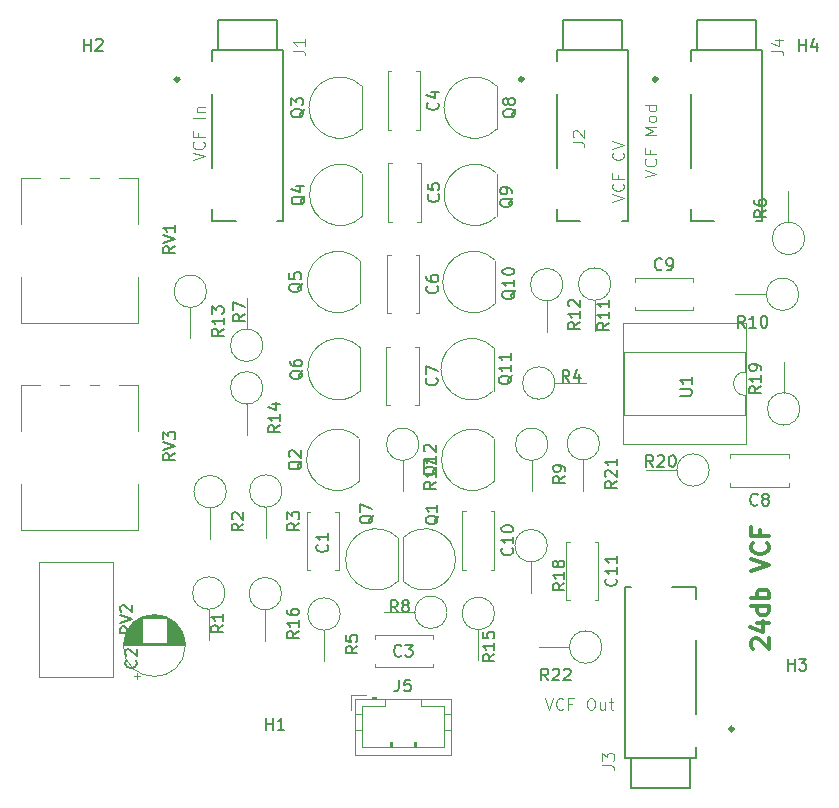
<source format=gbr>
G04 #@! TF.GenerationSoftware,KiCad,Pcbnew,(5.0.1)-rc2*
G04 #@! TF.CreationDate,2019-02-04T01:37:49-05:00*
G04 #@! TF.ProjectId,ladder_filter,6C61646465725F66696C7465722E6B69,rev?*
G04 #@! TF.SameCoordinates,Original*
G04 #@! TF.FileFunction,Legend,Top*
G04 #@! TF.FilePolarity,Positive*
%FSLAX46Y46*%
G04 Gerber Fmt 4.6, Leading zero omitted, Abs format (unit mm)*
G04 Created by KiCad (PCBNEW (5.0.1)-rc2) date 2/4/2019 1:37:49 AM*
%MOMM*%
%LPD*%
G01*
G04 APERTURE LIST*
%ADD10C,0.300000*%
%ADD11C,0.120000*%
%ADD12C,0.127000*%
%ADD13C,0.150000*%
%ADD14C,0.050000*%
G04 APERTURE END LIST*
D10*
X197035028Y-83288342D02*
X196963600Y-83216914D01*
X196892171Y-83074057D01*
X196892171Y-82716914D01*
X196963600Y-82574057D01*
X197035028Y-82502628D01*
X197177885Y-82431200D01*
X197320742Y-82431200D01*
X197535028Y-82502628D01*
X198392171Y-83359771D01*
X198392171Y-82431200D01*
X197392171Y-81145485D02*
X198392171Y-81145485D01*
X196820742Y-81502628D02*
X197892171Y-81859771D01*
X197892171Y-80931200D01*
X198392171Y-79716914D02*
X196892171Y-79716914D01*
X198320742Y-79716914D02*
X198392171Y-79859771D01*
X198392171Y-80145485D01*
X198320742Y-80288342D01*
X198249314Y-80359771D01*
X198106457Y-80431200D01*
X197677885Y-80431200D01*
X197535028Y-80359771D01*
X197463600Y-80288342D01*
X197392171Y-80145485D01*
X197392171Y-79859771D01*
X197463600Y-79716914D01*
X198392171Y-79002628D02*
X196892171Y-79002628D01*
X197463600Y-79002628D02*
X197392171Y-78859771D01*
X197392171Y-78574057D01*
X197463600Y-78431200D01*
X197535028Y-78359771D01*
X197677885Y-78288342D01*
X198106457Y-78288342D01*
X198249314Y-78359771D01*
X198320742Y-78431200D01*
X198392171Y-78574057D01*
X198392171Y-78859771D01*
X198320742Y-79002628D01*
X196892171Y-76716914D02*
X198392171Y-76216914D01*
X196892171Y-75716914D01*
X198249314Y-74359771D02*
X198320742Y-74431200D01*
X198392171Y-74645485D01*
X198392171Y-74788342D01*
X198320742Y-75002628D01*
X198177885Y-75145485D01*
X198035028Y-75216914D01*
X197749314Y-75288342D01*
X197535028Y-75288342D01*
X197249314Y-75216914D01*
X197106457Y-75145485D01*
X196963600Y-75002628D01*
X196892171Y-74788342D01*
X196892171Y-74645485D01*
X196963600Y-74431200D01*
X197035028Y-74359771D01*
X197606457Y-73216914D02*
X197606457Y-73716914D01*
X198392171Y-73716914D02*
X196892171Y-73716914D01*
X196892171Y-73002628D01*
D11*
G04 #@! TO.C,C1*
X161684600Y-71738000D02*
X161999600Y-71738000D01*
X159259600Y-71738000D02*
X159574600Y-71738000D01*
X161684600Y-76678000D02*
X161999600Y-76678000D01*
X159259600Y-76678000D02*
X159574600Y-76678000D01*
X161999600Y-76678000D02*
X161999600Y-71738000D01*
X159259600Y-76678000D02*
X159259600Y-71738000D01*
G04 #@! TO.C,C2*
X148974800Y-83027200D02*
G75*
G03X148974800Y-83027200I-2620000J0D01*
G01*
X143774800Y-83027200D02*
X148934800Y-83027200D01*
X143774800Y-82987200D02*
X148934800Y-82987200D01*
X143775800Y-82947200D02*
X148933800Y-82947200D01*
X143776800Y-82907200D02*
X148932800Y-82907200D01*
X143778800Y-82867200D02*
X148930800Y-82867200D01*
X143781800Y-82827200D02*
X148927800Y-82827200D01*
X143785800Y-82787200D02*
X145314800Y-82787200D01*
X147394800Y-82787200D02*
X148923800Y-82787200D01*
X143789800Y-82747200D02*
X145314800Y-82747200D01*
X147394800Y-82747200D02*
X148919800Y-82747200D01*
X143793800Y-82707200D02*
X145314800Y-82707200D01*
X147394800Y-82707200D02*
X148915800Y-82707200D01*
X143798800Y-82667200D02*
X145314800Y-82667200D01*
X147394800Y-82667200D02*
X148910800Y-82667200D01*
X143804800Y-82627200D02*
X145314800Y-82627200D01*
X147394800Y-82627200D02*
X148904800Y-82627200D01*
X143811800Y-82587200D02*
X145314800Y-82587200D01*
X147394800Y-82587200D02*
X148897800Y-82587200D01*
X143818800Y-82547200D02*
X145314800Y-82547200D01*
X147394800Y-82547200D02*
X148890800Y-82547200D01*
X143826800Y-82507200D02*
X145314800Y-82507200D01*
X147394800Y-82507200D02*
X148882800Y-82507200D01*
X143834800Y-82467200D02*
X145314800Y-82467200D01*
X147394800Y-82467200D02*
X148874800Y-82467200D01*
X143843800Y-82427200D02*
X145314800Y-82427200D01*
X147394800Y-82427200D02*
X148865800Y-82427200D01*
X143853800Y-82387200D02*
X145314800Y-82387200D01*
X147394800Y-82387200D02*
X148855800Y-82387200D01*
X143863800Y-82347200D02*
X145314800Y-82347200D01*
X147394800Y-82347200D02*
X148845800Y-82347200D01*
X143874800Y-82306200D02*
X145314800Y-82306200D01*
X147394800Y-82306200D02*
X148834800Y-82306200D01*
X143886800Y-82266200D02*
X145314800Y-82266200D01*
X147394800Y-82266200D02*
X148822800Y-82266200D01*
X143899800Y-82226200D02*
X145314800Y-82226200D01*
X147394800Y-82226200D02*
X148809800Y-82226200D01*
X143912800Y-82186200D02*
X145314800Y-82186200D01*
X147394800Y-82186200D02*
X148796800Y-82186200D01*
X143926800Y-82146200D02*
X145314800Y-82146200D01*
X147394800Y-82146200D02*
X148782800Y-82146200D01*
X143940800Y-82106200D02*
X145314800Y-82106200D01*
X147394800Y-82106200D02*
X148768800Y-82106200D01*
X143956800Y-82066200D02*
X145314800Y-82066200D01*
X147394800Y-82066200D02*
X148752800Y-82066200D01*
X143972800Y-82026200D02*
X145314800Y-82026200D01*
X147394800Y-82026200D02*
X148736800Y-82026200D01*
X143989800Y-81986200D02*
X145314800Y-81986200D01*
X147394800Y-81986200D02*
X148719800Y-81986200D01*
X144006800Y-81946200D02*
X145314800Y-81946200D01*
X147394800Y-81946200D02*
X148702800Y-81946200D01*
X144025800Y-81906200D02*
X145314800Y-81906200D01*
X147394800Y-81906200D02*
X148683800Y-81906200D01*
X144044800Y-81866200D02*
X145314800Y-81866200D01*
X147394800Y-81866200D02*
X148664800Y-81866200D01*
X144064800Y-81826200D02*
X145314800Y-81826200D01*
X147394800Y-81826200D02*
X148644800Y-81826200D01*
X144086800Y-81786200D02*
X145314800Y-81786200D01*
X147394800Y-81786200D02*
X148622800Y-81786200D01*
X144107800Y-81746200D02*
X145314800Y-81746200D01*
X147394800Y-81746200D02*
X148601800Y-81746200D01*
X144130800Y-81706200D02*
X145314800Y-81706200D01*
X147394800Y-81706200D02*
X148578800Y-81706200D01*
X144154800Y-81666200D02*
X145314800Y-81666200D01*
X147394800Y-81666200D02*
X148554800Y-81666200D01*
X144179800Y-81626200D02*
X145314800Y-81626200D01*
X147394800Y-81626200D02*
X148529800Y-81626200D01*
X144205800Y-81586200D02*
X145314800Y-81586200D01*
X147394800Y-81586200D02*
X148503800Y-81586200D01*
X144232800Y-81546200D02*
X145314800Y-81546200D01*
X147394800Y-81546200D02*
X148476800Y-81546200D01*
X144259800Y-81506200D02*
X145314800Y-81506200D01*
X147394800Y-81506200D02*
X148449800Y-81506200D01*
X144289800Y-81466200D02*
X145314800Y-81466200D01*
X147394800Y-81466200D02*
X148419800Y-81466200D01*
X144319800Y-81426200D02*
X145314800Y-81426200D01*
X147394800Y-81426200D02*
X148389800Y-81426200D01*
X144350800Y-81386200D02*
X145314800Y-81386200D01*
X147394800Y-81386200D02*
X148358800Y-81386200D01*
X144383800Y-81346200D02*
X145314800Y-81346200D01*
X147394800Y-81346200D02*
X148325800Y-81346200D01*
X144417800Y-81306200D02*
X145314800Y-81306200D01*
X147394800Y-81306200D02*
X148291800Y-81306200D01*
X144453800Y-81266200D02*
X145314800Y-81266200D01*
X147394800Y-81266200D02*
X148255800Y-81266200D01*
X144490800Y-81226200D02*
X145314800Y-81226200D01*
X147394800Y-81226200D02*
X148218800Y-81226200D01*
X144528800Y-81186200D02*
X145314800Y-81186200D01*
X147394800Y-81186200D02*
X148180800Y-81186200D01*
X144569800Y-81146200D02*
X145314800Y-81146200D01*
X147394800Y-81146200D02*
X148139800Y-81146200D01*
X144611800Y-81106200D02*
X145314800Y-81106200D01*
X147394800Y-81106200D02*
X148097800Y-81106200D01*
X144655800Y-81066200D02*
X145314800Y-81066200D01*
X147394800Y-81066200D02*
X148053800Y-81066200D01*
X144701800Y-81026200D02*
X145314800Y-81026200D01*
X147394800Y-81026200D02*
X148007800Y-81026200D01*
X144749800Y-80986200D02*
X145314800Y-80986200D01*
X147394800Y-80986200D02*
X147959800Y-80986200D01*
X144800800Y-80946200D02*
X145314800Y-80946200D01*
X147394800Y-80946200D02*
X147908800Y-80946200D01*
X144854800Y-80906200D02*
X145314800Y-80906200D01*
X147394800Y-80906200D02*
X147854800Y-80906200D01*
X144911800Y-80866200D02*
X145314800Y-80866200D01*
X147394800Y-80866200D02*
X147797800Y-80866200D01*
X144971800Y-80826200D02*
X145314800Y-80826200D01*
X147394800Y-80826200D02*
X147737800Y-80826200D01*
X145035800Y-80786200D02*
X145314800Y-80786200D01*
X147394800Y-80786200D02*
X147673800Y-80786200D01*
X145103800Y-80746200D02*
X145314800Y-80746200D01*
X147394800Y-80746200D02*
X147605800Y-80746200D01*
X145176800Y-80706200D02*
X147532800Y-80706200D01*
X145256800Y-80666200D02*
X147452800Y-80666200D01*
X145343800Y-80626200D02*
X147365800Y-80626200D01*
X145439800Y-80586200D02*
X147269800Y-80586200D01*
X145549800Y-80546200D02*
X147159800Y-80546200D01*
X145677800Y-80506200D02*
X147031800Y-80506200D01*
X145836800Y-80466200D02*
X146872800Y-80466200D01*
X146070800Y-80426200D02*
X146638800Y-80426200D01*
X144879800Y-85831975D02*
X144879800Y-85331975D01*
X144629800Y-85581975D02*
X145129800Y-85581975D01*
G04 #@! TO.C,C3*
X165028400Y-82145200D02*
X169968400Y-82145200D01*
X165028400Y-84885200D02*
X169968400Y-84885200D01*
X165028400Y-82145200D02*
X165028400Y-82460200D01*
X165028400Y-84570200D02*
X165028400Y-84885200D01*
X169968400Y-82145200D02*
X169968400Y-82460200D01*
X169968400Y-84570200D02*
X169968400Y-84885200D01*
G04 #@! TO.C,C4*
X168857600Y-34421600D02*
X168857600Y-39361600D01*
X166117600Y-34421600D02*
X166117600Y-39361600D01*
X168857600Y-34421600D02*
X168542600Y-34421600D01*
X166432600Y-34421600D02*
X166117600Y-34421600D01*
X168857600Y-39361600D02*
X168542600Y-39361600D01*
X166432600Y-39361600D02*
X166117600Y-39361600D01*
G04 #@! TO.C,C5*
X168908400Y-42194000D02*
X168908400Y-47134000D01*
X166168400Y-42194000D02*
X166168400Y-47134000D01*
X168908400Y-42194000D02*
X168593400Y-42194000D01*
X166483400Y-42194000D02*
X166168400Y-42194000D01*
X168908400Y-47134000D02*
X168593400Y-47134000D01*
X166483400Y-47134000D02*
X166168400Y-47134000D01*
G04 #@! TO.C,C6*
X166381800Y-54906400D02*
X166066800Y-54906400D01*
X168806800Y-54906400D02*
X168491800Y-54906400D01*
X166381800Y-49966400D02*
X166066800Y-49966400D01*
X168806800Y-49966400D02*
X168491800Y-49966400D01*
X166066800Y-49966400D02*
X166066800Y-54906400D01*
X168806800Y-49966400D02*
X168806800Y-54906400D01*
G04 #@! TO.C,C7*
X166331000Y-62678800D02*
X166016000Y-62678800D01*
X168756000Y-62678800D02*
X168441000Y-62678800D01*
X166331000Y-57738800D02*
X166016000Y-57738800D01*
X168756000Y-57738800D02*
X168441000Y-57738800D01*
X166016000Y-57738800D02*
X166016000Y-62678800D01*
X168756000Y-57738800D02*
X168756000Y-62678800D01*
G04 #@! TO.C,C8*
X200071200Y-69594400D02*
X195131200Y-69594400D01*
X200071200Y-66854400D02*
X195131200Y-66854400D01*
X200071200Y-69594400D02*
X200071200Y-69279400D01*
X200071200Y-67169400D02*
X200071200Y-66854400D01*
X195131200Y-69594400D02*
X195131200Y-69279400D01*
X195131200Y-67169400D02*
X195131200Y-66854400D01*
G04 #@! TO.C,C9*
X191964800Y-54344200D02*
X191964800Y-54659200D01*
X191964800Y-51919200D02*
X191964800Y-52234200D01*
X187024800Y-54344200D02*
X187024800Y-54659200D01*
X187024800Y-51919200D02*
X187024800Y-52234200D01*
X187024800Y-54659200D02*
X191964800Y-54659200D01*
X187024800Y-51919200D02*
X191964800Y-51919200D01*
G04 #@! TO.C,C10*
X172731800Y-76598000D02*
X172416800Y-76598000D01*
X175156800Y-76598000D02*
X174841800Y-76598000D01*
X172731800Y-71658000D02*
X172416800Y-71658000D01*
X175156800Y-71658000D02*
X174841800Y-71658000D01*
X172416800Y-71658000D02*
X172416800Y-76598000D01*
X175156800Y-71658000D02*
X175156800Y-76598000D01*
G04 #@! TO.C,C11*
X183945200Y-74248800D02*
X183945200Y-79188800D01*
X181205200Y-74248800D02*
X181205200Y-79188800D01*
X183945200Y-74248800D02*
X183630200Y-74248800D01*
X181520200Y-74248800D02*
X181205200Y-74248800D01*
X183945200Y-79188800D02*
X183630200Y-79188800D01*
X181520200Y-79188800D02*
X181205200Y-79188800D01*
D12*
G04 #@! TO.C,J1*
X151279600Y-36327200D02*
X151279600Y-42577200D01*
X151279600Y-47077200D02*
X151279600Y-46077200D01*
X153279600Y-47077200D02*
X151279600Y-47077200D01*
X157279600Y-47077200D02*
X156779600Y-47077200D01*
X157279600Y-32577200D02*
X157279600Y-47077200D01*
X151779600Y-32577200D02*
X157279600Y-32577200D01*
X151279600Y-32577200D02*
X151279600Y-33577200D01*
X151779600Y-32577200D02*
X151279600Y-32577200D01*
X151779600Y-30077200D02*
X151779600Y-32577200D01*
X156779600Y-30077200D02*
X151779600Y-30077200D01*
X156779600Y-32577200D02*
X156779600Y-30077200D01*
D10*
X148429600Y-35077200D02*
G75*
G03X148429600Y-35077200I-150000J0D01*
G01*
G04 #@! TO.C,J2*
X177588800Y-35077200D02*
G75*
G03X177588800Y-35077200I-150000J0D01*
G01*
D12*
X185938800Y-32577200D02*
X185938800Y-30077200D01*
X185938800Y-30077200D02*
X180938800Y-30077200D01*
X180938800Y-30077200D02*
X180938800Y-32577200D01*
X180938800Y-32577200D02*
X180438800Y-32577200D01*
X180438800Y-32577200D02*
X180438800Y-33577200D01*
X180938800Y-32577200D02*
X186438800Y-32577200D01*
X186438800Y-32577200D02*
X186438800Y-47077200D01*
X186438800Y-47077200D02*
X185938800Y-47077200D01*
X182438800Y-47077200D02*
X180438800Y-47077200D01*
X180438800Y-47077200D02*
X180438800Y-46077200D01*
X180438800Y-36327200D02*
X180438800Y-42577200D01*
G04 #@! TO.C,J3*
X192230000Y-88844000D02*
X192230000Y-82594000D01*
X192230000Y-78094000D02*
X192230000Y-79094000D01*
X190230000Y-78094000D02*
X192230000Y-78094000D01*
X186230000Y-78094000D02*
X186730000Y-78094000D01*
X186230000Y-92594000D02*
X186230000Y-78094000D01*
X191730000Y-92594000D02*
X186230000Y-92594000D01*
X192230000Y-92594000D02*
X192230000Y-91594000D01*
X191730000Y-92594000D02*
X192230000Y-92594000D01*
X191730000Y-95094000D02*
X191730000Y-92594000D01*
X186730000Y-95094000D02*
X191730000Y-95094000D01*
X186730000Y-92594000D02*
X186730000Y-95094000D01*
D10*
X195380000Y-90094000D02*
G75*
G03X195380000Y-90094000I-150000J0D01*
G01*
G04 #@! TO.C,J4*
X188917200Y-35077200D02*
G75*
G03X188917200Y-35077200I-150000J0D01*
G01*
D12*
X197267200Y-32577200D02*
X197267200Y-30077200D01*
X197267200Y-30077200D02*
X192267200Y-30077200D01*
X192267200Y-30077200D02*
X192267200Y-32577200D01*
X192267200Y-32577200D02*
X191767200Y-32577200D01*
X191767200Y-32577200D02*
X191767200Y-33577200D01*
X192267200Y-32577200D02*
X197767200Y-32577200D01*
X197767200Y-32577200D02*
X197767200Y-47077200D01*
X197767200Y-47077200D02*
X197267200Y-47077200D01*
X193767200Y-47077200D02*
X191767200Y-47077200D01*
X191767200Y-47077200D02*
X191767200Y-46077200D01*
X191767200Y-36327200D02*
X191767200Y-42577200D01*
D11*
G04 #@! TO.C,J5*
X163344800Y-87547200D02*
X163344800Y-92267200D01*
X163344800Y-92267200D02*
X171464800Y-92267200D01*
X171464800Y-92267200D02*
X171464800Y-87547200D01*
X171464800Y-87547200D02*
X163344800Y-87547200D01*
X165104800Y-87547200D02*
X165104800Y-87347200D01*
X165104800Y-87347200D02*
X164804800Y-87347200D01*
X164804800Y-87347200D02*
X164804800Y-87547200D01*
X165104800Y-87447200D02*
X164804800Y-87447200D01*
X165904800Y-87547200D02*
X165904800Y-88157200D01*
X165904800Y-88157200D02*
X163954800Y-88157200D01*
X163954800Y-88157200D02*
X163954800Y-91657200D01*
X163954800Y-91657200D02*
X170854800Y-91657200D01*
X170854800Y-91657200D02*
X170854800Y-88157200D01*
X170854800Y-88157200D02*
X168904800Y-88157200D01*
X168904800Y-88157200D02*
X168904800Y-87547200D01*
X163344800Y-88857200D02*
X163954800Y-88857200D01*
X163344800Y-90157200D02*
X163954800Y-90157200D01*
X171464800Y-88857200D02*
X170854800Y-88857200D01*
X171464800Y-90157200D02*
X170854800Y-90157200D01*
X166304800Y-91657200D02*
X166304800Y-91157200D01*
X166304800Y-91157200D02*
X166504800Y-91157200D01*
X166504800Y-91157200D02*
X166504800Y-91657200D01*
X166404800Y-91657200D02*
X166404800Y-91157200D01*
X168304800Y-91657200D02*
X168304800Y-91157200D01*
X168304800Y-91157200D02*
X168504800Y-91157200D01*
X168504800Y-91157200D02*
X168504800Y-91657200D01*
X168404800Y-91657200D02*
X168404800Y-91157200D01*
X164294800Y-87247200D02*
X163044800Y-87247200D01*
X163044800Y-87247200D02*
X163044800Y-88497200D01*
G04 #@! TO.C,Q1*
X167415600Y-73942800D02*
X167415600Y-77542800D01*
X167427122Y-73904322D02*
G75*
G02X171865600Y-75742800I1838478J-1838478D01*
G01*
X167427122Y-77581278D02*
G75*
G03X171865600Y-75742800I1838478J1838478D01*
G01*
G04 #@! TO.C,Q2*
X163698800Y-69110000D02*
X163698800Y-65510000D01*
X163687278Y-69148478D02*
G75*
G02X159248800Y-67310000I-1838478J1838478D01*
G01*
X163687278Y-65471522D02*
G75*
G03X159248800Y-67310000I-1838478J-1838478D01*
G01*
G04 #@! TO.C,Q3*
X163890478Y-35651922D02*
G75*
G03X159452000Y-37490400I-1838478J-1838478D01*
G01*
X163890478Y-39328878D02*
G75*
G02X159452000Y-37490400I-1838478J1838478D01*
G01*
X163902000Y-39290400D02*
X163902000Y-35690400D01*
G04 #@! TO.C,Q4*
X163952800Y-46673333D02*
X163952800Y-43073333D01*
X163941278Y-46711811D02*
G75*
G02X159502800Y-44873333I-1838478J1838478D01*
G01*
X163941278Y-43034855D02*
G75*
G03X159502800Y-44873333I-1838478J-1838478D01*
G01*
G04 #@! TO.C,Q5*
X163749600Y-54056266D02*
X163749600Y-50456266D01*
X163738078Y-54094744D02*
G75*
G02X159299600Y-52256266I-1838478J1838478D01*
G01*
X163738078Y-50417788D02*
G75*
G03X159299600Y-52256266I-1838478J-1838478D01*
G01*
G04 #@! TO.C,Q6*
X163788878Y-57800722D02*
G75*
G03X159350400Y-59639200I-1838478J-1838478D01*
G01*
X163788878Y-61477678D02*
G75*
G02X159350400Y-59639200I-1838478J1838478D01*
G01*
X163800400Y-61439200D02*
X163800400Y-57839200D01*
G04 #@! TO.C,Q7*
X166989278Y-73904322D02*
G75*
G03X162550800Y-75742800I-1838478J-1838478D01*
G01*
X166989278Y-77581278D02*
G75*
G02X162550800Y-75742800I-1838478J1838478D01*
G01*
X167000800Y-77542800D02*
X167000800Y-73942800D01*
G04 #@! TO.C,Q8*
X175332000Y-39290400D02*
X175332000Y-35690400D01*
X175320478Y-39328878D02*
G75*
G02X170882000Y-37490400I-1838478J1838478D01*
G01*
X175320478Y-35651922D02*
G75*
G03X170882000Y-37490400I-1838478J-1838478D01*
G01*
G04 #@! TO.C,Q9*
X175320478Y-43034855D02*
G75*
G03X170882000Y-44873333I-1838478J-1838478D01*
G01*
X175320478Y-46711811D02*
G75*
G02X170882000Y-44873333I-1838478J1838478D01*
G01*
X175332000Y-46673333D02*
X175332000Y-43073333D01*
G04 #@! TO.C,Q10*
X175218878Y-50417788D02*
G75*
G03X170780400Y-52256266I-1838478J-1838478D01*
G01*
X175218878Y-54094744D02*
G75*
G02X170780400Y-52256266I-1838478J1838478D01*
G01*
X175230400Y-54056266D02*
X175230400Y-50456266D01*
G04 #@! TO.C,Q11*
X175078000Y-61439200D02*
X175078000Y-57839200D01*
X175066478Y-61477678D02*
G75*
G02X170628000Y-59639200I-1838478J1838478D01*
G01*
X175066478Y-57800722D02*
G75*
G03X170628000Y-59639200I-1838478J-1838478D01*
G01*
G04 #@! TO.C,Q12*
X175117278Y-65471522D02*
G75*
G03X170678800Y-67310000I-1838478J-1838478D01*
G01*
X175117278Y-69148478D02*
G75*
G02X170678800Y-67310000I-1838478J1838478D01*
G01*
X175128800Y-69110000D02*
X175128800Y-65510000D01*
G04 #@! TO.C,R1*
X150977600Y-79957600D02*
X150977600Y-82567600D01*
X152347600Y-78587600D02*
G75*
G03X152347600Y-78587600I-1370000J0D01*
G01*
G04 #@! TO.C,R2*
X152449200Y-70002400D02*
G75*
G03X152449200Y-70002400I-1370000J0D01*
G01*
X151079200Y-71372400D02*
X151079200Y-73982400D01*
G04 #@! TO.C,R3*
X157173600Y-69951600D02*
G75*
G03X157173600Y-69951600I-1370000J0D01*
G01*
X155803600Y-71321600D02*
X155803600Y-73931600D01*
G04 #@! TO.C,R4*
X180287600Y-60807600D02*
X182897600Y-60807600D01*
X180287600Y-60807600D02*
G75*
G03X180287600Y-60807600I-1370000J0D01*
G01*
G04 #@! TO.C,R5*
X160731200Y-81735600D02*
X160731200Y-84345600D01*
X162101200Y-80365600D02*
G75*
G03X162101200Y-80365600I-1370000J0D01*
G01*
G04 #@! TO.C,R6*
X201420400Y-48564800D02*
G75*
G03X201420400Y-48564800I-1370000J0D01*
G01*
X200050400Y-47194800D02*
X200050400Y-44584800D01*
G04 #@! TO.C,R7*
X154178000Y-56237200D02*
X154178000Y-53627200D01*
X155548000Y-57607200D02*
G75*
G03X155548000Y-57607200I-1370000J0D01*
G01*
G04 #@! TO.C,R8*
X171143600Y-80213200D02*
G75*
G03X171143600Y-80213200I-1370000J0D01*
G01*
X168403600Y-80213200D02*
X165793600Y-80213200D01*
G04 #@! TO.C,R9*
X178308000Y-67359200D02*
X178308000Y-69969200D01*
X179678000Y-65989200D02*
G75*
G03X179678000Y-65989200I-1370000J0D01*
G01*
G04 #@! TO.C,R10*
X198172400Y-53289200D02*
X195562400Y-53289200D01*
X200912400Y-53289200D02*
G75*
G03X200912400Y-53289200I-1370000J0D01*
G01*
G04 #@! TO.C,R11*
X185012000Y-52425600D02*
G75*
G03X185012000Y-52425600I-1370000J0D01*
G01*
X183642000Y-53795600D02*
X183642000Y-56405600D01*
G04 #@! TO.C,R12*
X179578000Y-53846400D02*
X179578000Y-56456400D01*
X180948000Y-52476400D02*
G75*
G03X180948000Y-52476400I-1370000J0D01*
G01*
G04 #@! TO.C,R13*
X150772800Y-53035200D02*
G75*
G03X150772800Y-53035200I-1370000J0D01*
G01*
X149402800Y-54405200D02*
X149402800Y-57015200D01*
G04 #@! TO.C,R14*
X154178000Y-62584000D02*
X154178000Y-65194000D01*
X155548000Y-61214000D02*
G75*
G03X155548000Y-61214000I-1370000J0D01*
G01*
G04 #@! TO.C,R15*
X175156800Y-80314800D02*
G75*
G03X175156800Y-80314800I-1370000J0D01*
G01*
X173786800Y-81684800D02*
X173786800Y-84294800D01*
G04 #@! TO.C,R16*
X155752800Y-80008400D02*
X155752800Y-82618400D01*
X157122800Y-78638400D02*
G75*
G03X157122800Y-78638400I-1370000J0D01*
G01*
G04 #@! TO.C,R17*
X168756000Y-65989200D02*
G75*
G03X168756000Y-65989200I-1370000J0D01*
G01*
X167386000Y-67359200D02*
X167386000Y-69969200D01*
G04 #@! TO.C,R18*
X178257200Y-75944400D02*
X178257200Y-78554400D01*
X179627200Y-74574400D02*
G75*
G03X179627200Y-74574400I-1370000J0D01*
G01*
G04 #@! TO.C,R19*
X201014000Y-62992000D02*
G75*
G03X201014000Y-62992000I-1370000J0D01*
G01*
X199644000Y-61622000D02*
X199644000Y-59012000D01*
G04 #@! TO.C,R20*
X190603200Y-68173600D02*
X187993200Y-68173600D01*
X193343200Y-68173600D02*
G75*
G03X193343200Y-68173600I-1370000J0D01*
G01*
G04 #@! TO.C,R21*
X184046800Y-65938400D02*
G75*
G03X184046800Y-65938400I-1370000J0D01*
G01*
X182676800Y-67308400D02*
X182676800Y-69918400D01*
G04 #@! TO.C,R22*
X184250000Y-83159600D02*
G75*
G03X184250000Y-83159600I-1370000J0D01*
G01*
X181510000Y-83159600D02*
X178900000Y-83159600D01*
G04 #@! TO.C,RV1*
X144985600Y-43450400D02*
X144985600Y-47315400D01*
X144985600Y-51825400D02*
X144985600Y-55690400D01*
X135045600Y-43450400D02*
X135045600Y-47315400D01*
X135045600Y-51825400D02*
X135045600Y-55690400D01*
X144985600Y-43450400D02*
X143386600Y-43450400D01*
X141644600Y-43450400D02*
X140885600Y-43450400D01*
X139144600Y-43450400D02*
X138385600Y-43450400D01*
X136645600Y-43450400D02*
X135045600Y-43450400D01*
X144985600Y-55690400D02*
X135045600Y-55690400D01*
G04 #@! TO.C,RV2*
X142898400Y-75937800D02*
X142898400Y-85707800D01*
X136558400Y-75937800D02*
X136558400Y-85707800D01*
X142898400Y-75937800D02*
X136558400Y-75937800D01*
X142898400Y-85707800D02*
X136558400Y-85707800D01*
G04 #@! TO.C,RV3*
X144985600Y-73216400D02*
X135045600Y-73216400D01*
X136645600Y-60976400D02*
X135045600Y-60976400D01*
X139144600Y-60976400D02*
X138385600Y-60976400D01*
X141644600Y-60976400D02*
X140885600Y-60976400D01*
X144985600Y-60976400D02*
X143386600Y-60976400D01*
X135045600Y-69351400D02*
X135045600Y-73216400D01*
X135045600Y-60976400D02*
X135045600Y-64841400D01*
X144985600Y-69351400D02*
X144985600Y-73216400D01*
X144985600Y-60976400D02*
X144985600Y-64841400D01*
G04 #@! TO.C,U1*
X196402000Y-61858400D02*
G75*
G02X196402000Y-59858400I0J1000000D01*
G01*
X196402000Y-59858400D02*
X196402000Y-58208400D01*
X196402000Y-58208400D02*
X186122000Y-58208400D01*
X186122000Y-58208400D02*
X186122000Y-63508400D01*
X186122000Y-63508400D02*
X196402000Y-63508400D01*
X196402000Y-63508400D02*
X196402000Y-61858400D01*
X196462000Y-55718400D02*
X186062000Y-55718400D01*
X186062000Y-55718400D02*
X186062000Y-65998400D01*
X186062000Y-65998400D02*
X196462000Y-65998400D01*
X196462000Y-65998400D02*
X196462000Y-55718400D01*
G04 #@! TO.C,C1*
D13*
X160986742Y-74487066D02*
X161034361Y-74534685D01*
X161081980Y-74677542D01*
X161081980Y-74772780D01*
X161034361Y-74915638D01*
X160939123Y-75010876D01*
X160843885Y-75058495D01*
X160653409Y-75106114D01*
X160510552Y-75106114D01*
X160320076Y-75058495D01*
X160224838Y-75010876D01*
X160129600Y-74915638D01*
X160081980Y-74772780D01*
X160081980Y-74677542D01*
X160129600Y-74534685D01*
X160177219Y-74487066D01*
X161081980Y-73534685D02*
X161081980Y-74106114D01*
X161081980Y-73820400D02*
X160081980Y-73820400D01*
X160224838Y-73915638D01*
X160320076Y-74010876D01*
X160367695Y-74106114D01*
G04 #@! TO.C,C2*
X144781542Y-84291466D02*
X144829161Y-84339085D01*
X144876780Y-84481942D01*
X144876780Y-84577180D01*
X144829161Y-84720038D01*
X144733923Y-84815276D01*
X144638685Y-84862895D01*
X144448209Y-84910514D01*
X144305352Y-84910514D01*
X144114876Y-84862895D01*
X144019638Y-84815276D01*
X143924400Y-84720038D01*
X143876780Y-84577180D01*
X143876780Y-84481942D01*
X143924400Y-84339085D01*
X143972019Y-84291466D01*
X143972019Y-83910514D02*
X143924400Y-83862895D01*
X143876780Y-83767657D01*
X143876780Y-83529561D01*
X143924400Y-83434323D01*
X143972019Y-83386704D01*
X144067257Y-83339085D01*
X144162495Y-83339085D01*
X144305352Y-83386704D01*
X144876780Y-83958133D01*
X144876780Y-83339085D01*
G04 #@! TO.C,C3*
X167270133Y-83872342D02*
X167222514Y-83919961D01*
X167079657Y-83967580D01*
X166984419Y-83967580D01*
X166841561Y-83919961D01*
X166746323Y-83824723D01*
X166698704Y-83729485D01*
X166651085Y-83539009D01*
X166651085Y-83396152D01*
X166698704Y-83205676D01*
X166746323Y-83110438D01*
X166841561Y-83015200D01*
X166984419Y-82967580D01*
X167079657Y-82967580D01*
X167222514Y-83015200D01*
X167270133Y-83062819D01*
X167603466Y-82967580D02*
X168222514Y-82967580D01*
X167889180Y-83348533D01*
X168032038Y-83348533D01*
X168127276Y-83396152D01*
X168174895Y-83443771D01*
X168222514Y-83539009D01*
X168222514Y-83777104D01*
X168174895Y-83872342D01*
X168127276Y-83919961D01*
X168032038Y-83967580D01*
X167746323Y-83967580D01*
X167651085Y-83919961D01*
X167603466Y-83872342D01*
G04 #@! TO.C,C4*
X170344742Y-37058266D02*
X170392361Y-37105885D01*
X170439980Y-37248742D01*
X170439980Y-37343980D01*
X170392361Y-37486838D01*
X170297123Y-37582076D01*
X170201885Y-37629695D01*
X170011409Y-37677314D01*
X169868552Y-37677314D01*
X169678076Y-37629695D01*
X169582838Y-37582076D01*
X169487600Y-37486838D01*
X169439980Y-37343980D01*
X169439980Y-37248742D01*
X169487600Y-37105885D01*
X169535219Y-37058266D01*
X169773314Y-36201123D02*
X170439980Y-36201123D01*
X169392361Y-36439219D02*
X170106647Y-36677314D01*
X170106647Y-36058266D01*
G04 #@! TO.C,C5*
X170395542Y-44830666D02*
X170443161Y-44878285D01*
X170490780Y-45021142D01*
X170490780Y-45116380D01*
X170443161Y-45259238D01*
X170347923Y-45354476D01*
X170252685Y-45402095D01*
X170062209Y-45449714D01*
X169919352Y-45449714D01*
X169728876Y-45402095D01*
X169633638Y-45354476D01*
X169538400Y-45259238D01*
X169490780Y-45116380D01*
X169490780Y-45021142D01*
X169538400Y-44878285D01*
X169586019Y-44830666D01*
X169490780Y-43925904D02*
X169490780Y-44402095D01*
X169966971Y-44449714D01*
X169919352Y-44402095D01*
X169871733Y-44306857D01*
X169871733Y-44068761D01*
X169919352Y-43973523D01*
X169966971Y-43925904D01*
X170062209Y-43878285D01*
X170300304Y-43878285D01*
X170395542Y-43925904D01*
X170443161Y-43973523D01*
X170490780Y-44068761D01*
X170490780Y-44306857D01*
X170443161Y-44402095D01*
X170395542Y-44449714D01*
G04 #@! TO.C,C6*
X170293942Y-52603066D02*
X170341561Y-52650685D01*
X170389180Y-52793542D01*
X170389180Y-52888780D01*
X170341561Y-53031638D01*
X170246323Y-53126876D01*
X170151085Y-53174495D01*
X169960609Y-53222114D01*
X169817752Y-53222114D01*
X169627276Y-53174495D01*
X169532038Y-53126876D01*
X169436800Y-53031638D01*
X169389180Y-52888780D01*
X169389180Y-52793542D01*
X169436800Y-52650685D01*
X169484419Y-52603066D01*
X169389180Y-51745923D02*
X169389180Y-51936400D01*
X169436800Y-52031638D01*
X169484419Y-52079257D01*
X169627276Y-52174495D01*
X169817752Y-52222114D01*
X170198704Y-52222114D01*
X170293942Y-52174495D01*
X170341561Y-52126876D01*
X170389180Y-52031638D01*
X170389180Y-51841161D01*
X170341561Y-51745923D01*
X170293942Y-51698304D01*
X170198704Y-51650685D01*
X169960609Y-51650685D01*
X169865371Y-51698304D01*
X169817752Y-51745923D01*
X169770133Y-51841161D01*
X169770133Y-52031638D01*
X169817752Y-52126876D01*
X169865371Y-52174495D01*
X169960609Y-52222114D01*
G04 #@! TO.C,C7*
X170243142Y-60375466D02*
X170290761Y-60423085D01*
X170338380Y-60565942D01*
X170338380Y-60661180D01*
X170290761Y-60804038D01*
X170195523Y-60899276D01*
X170100285Y-60946895D01*
X169909809Y-60994514D01*
X169766952Y-60994514D01*
X169576476Y-60946895D01*
X169481238Y-60899276D01*
X169386000Y-60804038D01*
X169338380Y-60661180D01*
X169338380Y-60565942D01*
X169386000Y-60423085D01*
X169433619Y-60375466D01*
X169338380Y-60042133D02*
X169338380Y-59375466D01*
X170338380Y-59804038D01*
G04 #@! TO.C,C8*
X197434533Y-71081542D02*
X197386914Y-71129161D01*
X197244057Y-71176780D01*
X197148819Y-71176780D01*
X197005961Y-71129161D01*
X196910723Y-71033923D01*
X196863104Y-70938685D01*
X196815485Y-70748209D01*
X196815485Y-70605352D01*
X196863104Y-70414876D01*
X196910723Y-70319638D01*
X197005961Y-70224400D01*
X197148819Y-70176780D01*
X197244057Y-70176780D01*
X197386914Y-70224400D01*
X197434533Y-70272019D01*
X198005961Y-70605352D02*
X197910723Y-70557733D01*
X197863104Y-70510114D01*
X197815485Y-70414876D01*
X197815485Y-70367257D01*
X197863104Y-70272019D01*
X197910723Y-70224400D01*
X198005961Y-70176780D01*
X198196438Y-70176780D01*
X198291676Y-70224400D01*
X198339295Y-70272019D01*
X198386914Y-70367257D01*
X198386914Y-70414876D01*
X198339295Y-70510114D01*
X198291676Y-70557733D01*
X198196438Y-70605352D01*
X198005961Y-70605352D01*
X197910723Y-70652971D01*
X197863104Y-70700590D01*
X197815485Y-70795828D01*
X197815485Y-70986304D01*
X197863104Y-71081542D01*
X197910723Y-71129161D01*
X198005961Y-71176780D01*
X198196438Y-71176780D01*
X198291676Y-71129161D01*
X198339295Y-71081542D01*
X198386914Y-70986304D01*
X198386914Y-70795828D01*
X198339295Y-70700590D01*
X198291676Y-70652971D01*
X198196438Y-70605352D01*
G04 #@! TO.C,C9*
X189328133Y-51146342D02*
X189280514Y-51193961D01*
X189137657Y-51241580D01*
X189042419Y-51241580D01*
X188899561Y-51193961D01*
X188804323Y-51098723D01*
X188756704Y-51003485D01*
X188709085Y-50813009D01*
X188709085Y-50670152D01*
X188756704Y-50479676D01*
X188804323Y-50384438D01*
X188899561Y-50289200D01*
X189042419Y-50241580D01*
X189137657Y-50241580D01*
X189280514Y-50289200D01*
X189328133Y-50336819D01*
X189804323Y-51241580D02*
X189994800Y-51241580D01*
X190090038Y-51193961D01*
X190137657Y-51146342D01*
X190232895Y-51003485D01*
X190280514Y-50813009D01*
X190280514Y-50432057D01*
X190232895Y-50336819D01*
X190185276Y-50289200D01*
X190090038Y-50241580D01*
X189899561Y-50241580D01*
X189804323Y-50289200D01*
X189756704Y-50336819D01*
X189709085Y-50432057D01*
X189709085Y-50670152D01*
X189756704Y-50765390D01*
X189804323Y-50813009D01*
X189899561Y-50860628D01*
X190090038Y-50860628D01*
X190185276Y-50813009D01*
X190232895Y-50765390D01*
X190280514Y-50670152D01*
G04 #@! TO.C,C10*
X176643942Y-74770857D02*
X176691561Y-74818476D01*
X176739180Y-74961333D01*
X176739180Y-75056571D01*
X176691561Y-75199428D01*
X176596323Y-75294666D01*
X176501085Y-75342285D01*
X176310609Y-75389904D01*
X176167752Y-75389904D01*
X175977276Y-75342285D01*
X175882038Y-75294666D01*
X175786800Y-75199428D01*
X175739180Y-75056571D01*
X175739180Y-74961333D01*
X175786800Y-74818476D01*
X175834419Y-74770857D01*
X176739180Y-73818476D02*
X176739180Y-74389904D01*
X176739180Y-74104190D02*
X175739180Y-74104190D01*
X175882038Y-74199428D01*
X175977276Y-74294666D01*
X176024895Y-74389904D01*
X175739180Y-73199428D02*
X175739180Y-73104190D01*
X175786800Y-73008952D01*
X175834419Y-72961333D01*
X175929657Y-72913714D01*
X176120133Y-72866095D01*
X176358228Y-72866095D01*
X176548704Y-72913714D01*
X176643942Y-72961333D01*
X176691561Y-73008952D01*
X176739180Y-73104190D01*
X176739180Y-73199428D01*
X176691561Y-73294666D01*
X176643942Y-73342285D01*
X176548704Y-73389904D01*
X176358228Y-73437523D01*
X176120133Y-73437523D01*
X175929657Y-73389904D01*
X175834419Y-73342285D01*
X175786800Y-73294666D01*
X175739180Y-73199428D01*
G04 #@! TO.C,C11*
X185432342Y-77361657D02*
X185479961Y-77409276D01*
X185527580Y-77552133D01*
X185527580Y-77647371D01*
X185479961Y-77790228D01*
X185384723Y-77885466D01*
X185289485Y-77933085D01*
X185099009Y-77980704D01*
X184956152Y-77980704D01*
X184765676Y-77933085D01*
X184670438Y-77885466D01*
X184575200Y-77790228D01*
X184527580Y-77647371D01*
X184527580Y-77552133D01*
X184575200Y-77409276D01*
X184622819Y-77361657D01*
X185527580Y-76409276D02*
X185527580Y-76980704D01*
X185527580Y-76694990D02*
X184527580Y-76694990D01*
X184670438Y-76790228D01*
X184765676Y-76885466D01*
X184813295Y-76980704D01*
X185527580Y-75456895D02*
X185527580Y-76028323D01*
X185527580Y-75742609D02*
X184527580Y-75742609D01*
X184670438Y-75837847D01*
X184765676Y-75933085D01*
X184813295Y-76028323D01*
G04 #@! TO.C,H1*
X155803695Y-90165180D02*
X155803695Y-89165180D01*
X155803695Y-89641371D02*
X156375123Y-89641371D01*
X156375123Y-90165180D02*
X156375123Y-89165180D01*
X157375123Y-90165180D02*
X156803695Y-90165180D01*
X157089409Y-90165180D02*
X157089409Y-89165180D01*
X156994171Y-89308038D01*
X156898933Y-89403276D01*
X156803695Y-89450895D01*
G04 #@! TO.C,H2*
X140411295Y-32670380D02*
X140411295Y-31670380D01*
X140411295Y-32146571D02*
X140982723Y-32146571D01*
X140982723Y-32670380D02*
X140982723Y-31670380D01*
X141411295Y-31765619D02*
X141458914Y-31718000D01*
X141554152Y-31670380D01*
X141792247Y-31670380D01*
X141887485Y-31718000D01*
X141935104Y-31765619D01*
X141982723Y-31860857D01*
X141982723Y-31956095D01*
X141935104Y-32098952D01*
X141363676Y-32670380D01*
X141982723Y-32670380D01*
G04 #@! TO.C,H3*
X199999695Y-85146780D02*
X199999695Y-84146780D01*
X199999695Y-84622971D02*
X200571123Y-84622971D01*
X200571123Y-85146780D02*
X200571123Y-84146780D01*
X200952076Y-84146780D02*
X201571123Y-84146780D01*
X201237790Y-84527733D01*
X201380647Y-84527733D01*
X201475885Y-84575352D01*
X201523504Y-84622971D01*
X201571123Y-84718209D01*
X201571123Y-84956304D01*
X201523504Y-85051542D01*
X201475885Y-85099161D01*
X201380647Y-85146780D01*
X201094933Y-85146780D01*
X200999695Y-85099161D01*
X200952076Y-85051542D01*
G04 #@! TO.C,H4*
X200964895Y-32670380D02*
X200964895Y-31670380D01*
X200964895Y-32146571D02*
X201536323Y-32146571D01*
X201536323Y-32670380D02*
X201536323Y-31670380D01*
X202441085Y-32003714D02*
X202441085Y-32670380D01*
X202202990Y-31622761D02*
X201964895Y-32337047D01*
X202583942Y-32337047D01*
G04 #@! TO.C,J1*
D14*
X158124438Y-32686720D02*
X158840110Y-32686720D01*
X158983244Y-32734431D01*
X159078667Y-32829854D01*
X159126378Y-32972988D01*
X159126378Y-33068411D01*
X159126378Y-31684780D02*
X159126378Y-32257317D01*
X159126378Y-31971048D02*
X158124438Y-31971048D01*
X158267572Y-32066471D01*
X158362995Y-32161894D01*
X158410707Y-32257317D01*
X149617093Y-41957706D02*
X150617253Y-41624320D01*
X149617093Y-41290933D01*
X150522000Y-40386026D02*
X150569626Y-40433653D01*
X150617253Y-40576533D01*
X150617253Y-40671786D01*
X150569626Y-40814666D01*
X150474373Y-40909920D01*
X150379120Y-40957546D01*
X150188613Y-41005173D01*
X150045733Y-41005173D01*
X149855226Y-40957546D01*
X149759973Y-40909920D01*
X149664720Y-40814666D01*
X149617093Y-40671786D01*
X149617093Y-40576533D01*
X149664720Y-40433653D01*
X149712346Y-40386026D01*
X150093360Y-39624000D02*
X150093360Y-39957386D01*
X150617253Y-39957386D02*
X149617093Y-39957386D01*
X149617093Y-39481120D01*
X150617253Y-38338080D02*
X149617093Y-38338080D01*
X149950480Y-37861813D02*
X150617253Y-37861813D01*
X150045733Y-37861813D02*
X149998106Y-37814186D01*
X149950480Y-37718933D01*
X149950480Y-37576053D01*
X149998106Y-37480800D01*
X150093360Y-37433173D01*
X150617253Y-37433173D01*
G04 #@! TO.C,J2*
X181772518Y-40415180D02*
X182488190Y-40415180D01*
X182631324Y-40462891D01*
X182726747Y-40558314D01*
X182774458Y-40701448D01*
X182774458Y-40796871D01*
X181867941Y-39985777D02*
X181820230Y-39938065D01*
X181772518Y-39842642D01*
X181772518Y-39604085D01*
X181820230Y-39508662D01*
X181867941Y-39460951D01*
X181963364Y-39413240D01*
X182058787Y-39413240D01*
X182201921Y-39460951D01*
X182774458Y-40033488D01*
X182774458Y-39413240D01*
X185126293Y-45497840D02*
X186126453Y-45164453D01*
X185126293Y-44831066D01*
X186031200Y-43926160D02*
X186078826Y-43973786D01*
X186126453Y-44116666D01*
X186126453Y-44211920D01*
X186078826Y-44354800D01*
X185983573Y-44450053D01*
X185888320Y-44497680D01*
X185697813Y-44545306D01*
X185554933Y-44545306D01*
X185364426Y-44497680D01*
X185269173Y-44450053D01*
X185173920Y-44354800D01*
X185126293Y-44211920D01*
X185126293Y-44116666D01*
X185173920Y-43973786D01*
X185221546Y-43926160D01*
X185602560Y-43164133D02*
X185602560Y-43497520D01*
X186126453Y-43497520D02*
X185126293Y-43497520D01*
X185126293Y-43021253D01*
X186031200Y-41306693D02*
X186078826Y-41354320D01*
X186126453Y-41497200D01*
X186126453Y-41592453D01*
X186078826Y-41735333D01*
X185983573Y-41830586D01*
X185888320Y-41878213D01*
X185697813Y-41925840D01*
X185554933Y-41925840D01*
X185364426Y-41878213D01*
X185269173Y-41830586D01*
X185173920Y-41735333D01*
X185126293Y-41592453D01*
X185126293Y-41497200D01*
X185173920Y-41354320D01*
X185221546Y-41306693D01*
X185126293Y-41020933D02*
X186126453Y-40687546D01*
X185126293Y-40354160D01*
G04 #@! TO.C,J3*
X184287798Y-93152440D02*
X185003470Y-93152440D01*
X185146604Y-93200151D01*
X185242027Y-93295574D01*
X185289738Y-93438708D01*
X185289738Y-93534131D01*
X184287798Y-92770748D02*
X184287798Y-92150500D01*
X184669490Y-92484480D01*
X184669490Y-92341345D01*
X184717201Y-92245922D01*
X184764912Y-92198211D01*
X184860335Y-92150500D01*
X185098892Y-92150500D01*
X185194315Y-92198211D01*
X185242027Y-92245922D01*
X185289738Y-92341345D01*
X185289738Y-92627614D01*
X185242027Y-92723037D01*
X185194315Y-92770748D01*
X179415973Y-87488693D02*
X179749360Y-88488853D01*
X180082746Y-87488693D01*
X180987653Y-88393600D02*
X180940026Y-88441226D01*
X180797146Y-88488853D01*
X180701893Y-88488853D01*
X180559013Y-88441226D01*
X180463760Y-88345973D01*
X180416133Y-88250720D01*
X180368506Y-88060213D01*
X180368506Y-87917333D01*
X180416133Y-87726826D01*
X180463760Y-87631573D01*
X180559013Y-87536320D01*
X180701893Y-87488693D01*
X180797146Y-87488693D01*
X180940026Y-87536320D01*
X180987653Y-87583946D01*
X181749680Y-87964960D02*
X181416293Y-87964960D01*
X181416293Y-88488853D02*
X181416293Y-87488693D01*
X181892560Y-87488693D01*
X183226106Y-87488693D02*
X183416613Y-87488693D01*
X183511866Y-87536320D01*
X183607120Y-87631573D01*
X183654746Y-87822080D01*
X183654746Y-88155466D01*
X183607120Y-88345973D01*
X183511866Y-88441226D01*
X183416613Y-88488853D01*
X183226106Y-88488853D01*
X183130853Y-88441226D01*
X183035600Y-88345973D01*
X182987973Y-88155466D01*
X182987973Y-87822080D01*
X183035600Y-87631573D01*
X183130853Y-87536320D01*
X183226106Y-87488693D01*
X184512026Y-87822080D02*
X184512026Y-88488853D01*
X184083386Y-87822080D02*
X184083386Y-88345973D01*
X184131013Y-88441226D01*
X184226266Y-88488853D01*
X184369146Y-88488853D01*
X184464400Y-88441226D01*
X184512026Y-88393600D01*
X184845413Y-87822080D02*
X185226426Y-87822080D01*
X184988293Y-87488693D02*
X184988293Y-88345973D01*
X185035920Y-88441226D01*
X185131173Y-88488853D01*
X185226426Y-88488853D01*
G04 #@! TO.C,J4*
X198612038Y-32686720D02*
X199327710Y-32686720D01*
X199470844Y-32734431D01*
X199566267Y-32829854D01*
X199613978Y-32972988D01*
X199613978Y-33068411D01*
X198946018Y-31780202D02*
X199613978Y-31780202D01*
X198564327Y-32018760D02*
X199279998Y-32257317D01*
X199279998Y-31637068D01*
X187869493Y-43403946D02*
X188869653Y-43070560D01*
X187869493Y-42737173D01*
X188774400Y-41832266D02*
X188822026Y-41879893D01*
X188869653Y-42022773D01*
X188869653Y-42118026D01*
X188822026Y-42260906D01*
X188726773Y-42356160D01*
X188631520Y-42403786D01*
X188441013Y-42451413D01*
X188298133Y-42451413D01*
X188107626Y-42403786D01*
X188012373Y-42356160D01*
X187917120Y-42260906D01*
X187869493Y-42118026D01*
X187869493Y-42022773D01*
X187917120Y-41879893D01*
X187964746Y-41832266D01*
X188345760Y-41070240D02*
X188345760Y-41403626D01*
X188869653Y-41403626D02*
X187869493Y-41403626D01*
X187869493Y-40927360D01*
X188869653Y-39784320D02*
X187869493Y-39784320D01*
X188583893Y-39450933D01*
X187869493Y-39117546D01*
X188869653Y-39117546D01*
X188869653Y-38498400D02*
X188822026Y-38593653D01*
X188774400Y-38641280D01*
X188679146Y-38688906D01*
X188393386Y-38688906D01*
X188298133Y-38641280D01*
X188250506Y-38593653D01*
X188202880Y-38498400D01*
X188202880Y-38355520D01*
X188250506Y-38260266D01*
X188298133Y-38212640D01*
X188393386Y-38165013D01*
X188679146Y-38165013D01*
X188774400Y-38212640D01*
X188822026Y-38260266D01*
X188869653Y-38355520D01*
X188869653Y-38498400D01*
X188869653Y-37307733D02*
X187869493Y-37307733D01*
X188822026Y-37307733D02*
X188869653Y-37402986D01*
X188869653Y-37593493D01*
X188822026Y-37688746D01*
X188774400Y-37736373D01*
X188679146Y-37784000D01*
X188393386Y-37784000D01*
X188298133Y-37736373D01*
X188250506Y-37688746D01*
X188202880Y-37593493D01*
X188202880Y-37402986D01*
X188250506Y-37307733D01*
G04 #@! TO.C,J5*
D13*
X167071466Y-85909580D02*
X167071466Y-86623866D01*
X167023847Y-86766723D01*
X166928609Y-86861961D01*
X166785752Y-86909580D01*
X166690514Y-86909580D01*
X168023847Y-85909580D02*
X167547657Y-85909580D01*
X167500038Y-86385771D01*
X167547657Y-86338152D01*
X167642895Y-86290533D01*
X167880990Y-86290533D01*
X167976228Y-86338152D01*
X168023847Y-86385771D01*
X168071466Y-86481009D01*
X168071466Y-86719104D01*
X168023847Y-86814342D01*
X167976228Y-86861961D01*
X167880990Y-86909580D01*
X167642895Y-86909580D01*
X167547657Y-86861961D01*
X167500038Y-86814342D01*
G04 #@! TO.C,Q1*
X170422819Y-72028038D02*
X170375200Y-72123276D01*
X170279961Y-72218514D01*
X170137104Y-72361371D01*
X170089485Y-72456609D01*
X170089485Y-72551847D01*
X170327580Y-72504228D02*
X170279961Y-72599466D01*
X170184723Y-72694704D01*
X169994247Y-72742323D01*
X169660914Y-72742323D01*
X169470438Y-72694704D01*
X169375200Y-72599466D01*
X169327580Y-72504228D01*
X169327580Y-72313752D01*
X169375200Y-72218514D01*
X169470438Y-72123276D01*
X169660914Y-72075657D01*
X169994247Y-72075657D01*
X170184723Y-72123276D01*
X170279961Y-72218514D01*
X170327580Y-72313752D01*
X170327580Y-72504228D01*
X170327580Y-71123276D02*
X170327580Y-71694704D01*
X170327580Y-71408990D02*
X169327580Y-71408990D01*
X169470438Y-71504228D01*
X169565676Y-71599466D01*
X169613295Y-71694704D01*
G04 #@! TO.C,Q2*
X158836419Y-67405238D02*
X158788800Y-67500476D01*
X158693561Y-67595714D01*
X158550704Y-67738571D01*
X158503085Y-67833809D01*
X158503085Y-67929047D01*
X158741180Y-67881428D02*
X158693561Y-67976666D01*
X158598323Y-68071904D01*
X158407847Y-68119523D01*
X158074514Y-68119523D01*
X157884038Y-68071904D01*
X157788800Y-67976666D01*
X157741180Y-67881428D01*
X157741180Y-67690952D01*
X157788800Y-67595714D01*
X157884038Y-67500476D01*
X158074514Y-67452857D01*
X158407847Y-67452857D01*
X158598323Y-67500476D01*
X158693561Y-67595714D01*
X158741180Y-67690952D01*
X158741180Y-67881428D01*
X157836419Y-67071904D02*
X157788800Y-67024285D01*
X157741180Y-66929047D01*
X157741180Y-66690952D01*
X157788800Y-66595714D01*
X157836419Y-66548095D01*
X157931657Y-66500476D01*
X158026895Y-66500476D01*
X158169752Y-66548095D01*
X158741180Y-67119523D01*
X158741180Y-66500476D01*
G04 #@! TO.C,Q3*
X159039619Y-37585638D02*
X158992000Y-37680876D01*
X158896761Y-37776114D01*
X158753904Y-37918971D01*
X158706285Y-38014209D01*
X158706285Y-38109447D01*
X158944380Y-38061828D02*
X158896761Y-38157066D01*
X158801523Y-38252304D01*
X158611047Y-38299923D01*
X158277714Y-38299923D01*
X158087238Y-38252304D01*
X157992000Y-38157066D01*
X157944380Y-38061828D01*
X157944380Y-37871352D01*
X157992000Y-37776114D01*
X158087238Y-37680876D01*
X158277714Y-37633257D01*
X158611047Y-37633257D01*
X158801523Y-37680876D01*
X158896761Y-37776114D01*
X158944380Y-37871352D01*
X158944380Y-38061828D01*
X157944380Y-37299923D02*
X157944380Y-36680876D01*
X158325333Y-37014209D01*
X158325333Y-36871352D01*
X158372952Y-36776114D01*
X158420571Y-36728495D01*
X158515809Y-36680876D01*
X158753904Y-36680876D01*
X158849142Y-36728495D01*
X158896761Y-36776114D01*
X158944380Y-36871352D01*
X158944380Y-37157066D01*
X158896761Y-37252304D01*
X158849142Y-37299923D01*
G04 #@! TO.C,Q4*
X159090419Y-44968571D02*
X159042800Y-45063809D01*
X158947561Y-45159047D01*
X158804704Y-45301904D01*
X158757085Y-45397142D01*
X158757085Y-45492380D01*
X158995180Y-45444761D02*
X158947561Y-45539999D01*
X158852323Y-45635237D01*
X158661847Y-45682856D01*
X158328514Y-45682856D01*
X158138038Y-45635237D01*
X158042800Y-45539999D01*
X157995180Y-45444761D01*
X157995180Y-45254285D01*
X158042800Y-45159047D01*
X158138038Y-45063809D01*
X158328514Y-45016190D01*
X158661847Y-45016190D01*
X158852323Y-45063809D01*
X158947561Y-45159047D01*
X158995180Y-45254285D01*
X158995180Y-45444761D01*
X158328514Y-44159047D02*
X158995180Y-44159047D01*
X157947561Y-44397142D02*
X158661847Y-44635237D01*
X158661847Y-44016190D01*
G04 #@! TO.C,Q5*
X158887219Y-52351504D02*
X158839600Y-52446742D01*
X158744361Y-52541980D01*
X158601504Y-52684837D01*
X158553885Y-52780075D01*
X158553885Y-52875313D01*
X158791980Y-52827694D02*
X158744361Y-52922932D01*
X158649123Y-53018170D01*
X158458647Y-53065789D01*
X158125314Y-53065789D01*
X157934838Y-53018170D01*
X157839600Y-52922932D01*
X157791980Y-52827694D01*
X157791980Y-52637218D01*
X157839600Y-52541980D01*
X157934838Y-52446742D01*
X158125314Y-52399123D01*
X158458647Y-52399123D01*
X158649123Y-52446742D01*
X158744361Y-52541980D01*
X158791980Y-52637218D01*
X158791980Y-52827694D01*
X157791980Y-51494361D02*
X157791980Y-51970551D01*
X158268171Y-52018170D01*
X158220552Y-51970551D01*
X158172933Y-51875313D01*
X158172933Y-51637218D01*
X158220552Y-51541980D01*
X158268171Y-51494361D01*
X158363409Y-51446742D01*
X158601504Y-51446742D01*
X158696742Y-51494361D01*
X158744361Y-51541980D01*
X158791980Y-51637218D01*
X158791980Y-51875313D01*
X158744361Y-51970551D01*
X158696742Y-52018170D01*
G04 #@! TO.C,Q6*
X158938019Y-59734438D02*
X158890400Y-59829676D01*
X158795161Y-59924914D01*
X158652304Y-60067771D01*
X158604685Y-60163009D01*
X158604685Y-60258247D01*
X158842780Y-60210628D02*
X158795161Y-60305866D01*
X158699923Y-60401104D01*
X158509447Y-60448723D01*
X158176114Y-60448723D01*
X157985638Y-60401104D01*
X157890400Y-60305866D01*
X157842780Y-60210628D01*
X157842780Y-60020152D01*
X157890400Y-59924914D01*
X157985638Y-59829676D01*
X158176114Y-59782057D01*
X158509447Y-59782057D01*
X158699923Y-59829676D01*
X158795161Y-59924914D01*
X158842780Y-60020152D01*
X158842780Y-60210628D01*
X157842780Y-58924914D02*
X157842780Y-59115390D01*
X157890400Y-59210628D01*
X157938019Y-59258247D01*
X158080876Y-59353485D01*
X158271352Y-59401104D01*
X158652304Y-59401104D01*
X158747542Y-59353485D01*
X158795161Y-59305866D01*
X158842780Y-59210628D01*
X158842780Y-59020152D01*
X158795161Y-58924914D01*
X158747542Y-58877295D01*
X158652304Y-58829676D01*
X158414209Y-58829676D01*
X158318971Y-58877295D01*
X158271352Y-58924914D01*
X158223733Y-59020152D01*
X158223733Y-59210628D01*
X158271352Y-59305866D01*
X158318971Y-59353485D01*
X158414209Y-59401104D01*
G04 #@! TO.C,Q7*
X164885619Y-71977238D02*
X164838000Y-72072476D01*
X164742761Y-72167714D01*
X164599904Y-72310571D01*
X164552285Y-72405809D01*
X164552285Y-72501047D01*
X164790380Y-72453428D02*
X164742761Y-72548666D01*
X164647523Y-72643904D01*
X164457047Y-72691523D01*
X164123714Y-72691523D01*
X163933238Y-72643904D01*
X163838000Y-72548666D01*
X163790380Y-72453428D01*
X163790380Y-72262952D01*
X163838000Y-72167714D01*
X163933238Y-72072476D01*
X164123714Y-72024857D01*
X164457047Y-72024857D01*
X164647523Y-72072476D01*
X164742761Y-72167714D01*
X164790380Y-72262952D01*
X164790380Y-72453428D01*
X163790380Y-71691523D02*
X163790380Y-71024857D01*
X164790380Y-71453428D01*
G04 #@! TO.C,Q8*
X176976019Y-37585638D02*
X176928400Y-37680876D01*
X176833161Y-37776114D01*
X176690304Y-37918971D01*
X176642685Y-38014209D01*
X176642685Y-38109447D01*
X176880780Y-38061828D02*
X176833161Y-38157066D01*
X176737923Y-38252304D01*
X176547447Y-38299923D01*
X176214114Y-38299923D01*
X176023638Y-38252304D01*
X175928400Y-38157066D01*
X175880780Y-38061828D01*
X175880780Y-37871352D01*
X175928400Y-37776114D01*
X176023638Y-37680876D01*
X176214114Y-37633257D01*
X176547447Y-37633257D01*
X176737923Y-37680876D01*
X176833161Y-37776114D01*
X176880780Y-37871352D01*
X176880780Y-38061828D01*
X176309352Y-37061828D02*
X176261733Y-37157066D01*
X176214114Y-37204685D01*
X176118876Y-37252304D01*
X176071257Y-37252304D01*
X175976019Y-37204685D01*
X175928400Y-37157066D01*
X175880780Y-37061828D01*
X175880780Y-36871352D01*
X175928400Y-36776114D01*
X175976019Y-36728495D01*
X176071257Y-36680876D01*
X176118876Y-36680876D01*
X176214114Y-36728495D01*
X176261733Y-36776114D01*
X176309352Y-36871352D01*
X176309352Y-37061828D01*
X176356971Y-37157066D01*
X176404590Y-37204685D01*
X176499828Y-37252304D01*
X176690304Y-37252304D01*
X176785542Y-37204685D01*
X176833161Y-37157066D01*
X176880780Y-37061828D01*
X176880780Y-36871352D01*
X176833161Y-36776114D01*
X176785542Y-36728495D01*
X176690304Y-36680876D01*
X176499828Y-36680876D01*
X176404590Y-36728495D01*
X176356971Y-36776114D01*
X176309352Y-36871352D01*
G04 #@! TO.C,Q9*
X176722019Y-45154838D02*
X176674400Y-45250076D01*
X176579161Y-45345314D01*
X176436304Y-45488171D01*
X176388685Y-45583409D01*
X176388685Y-45678647D01*
X176626780Y-45631028D02*
X176579161Y-45726266D01*
X176483923Y-45821504D01*
X176293447Y-45869123D01*
X175960114Y-45869123D01*
X175769638Y-45821504D01*
X175674400Y-45726266D01*
X175626780Y-45631028D01*
X175626780Y-45440552D01*
X175674400Y-45345314D01*
X175769638Y-45250076D01*
X175960114Y-45202457D01*
X176293447Y-45202457D01*
X176483923Y-45250076D01*
X176579161Y-45345314D01*
X176626780Y-45440552D01*
X176626780Y-45631028D01*
X176626780Y-44726266D02*
X176626780Y-44535790D01*
X176579161Y-44440552D01*
X176531542Y-44392933D01*
X176388685Y-44297695D01*
X176198209Y-44250076D01*
X175817257Y-44250076D01*
X175722019Y-44297695D01*
X175674400Y-44345314D01*
X175626780Y-44440552D01*
X175626780Y-44631028D01*
X175674400Y-44726266D01*
X175722019Y-44773885D01*
X175817257Y-44821504D01*
X176055352Y-44821504D01*
X176150590Y-44773885D01*
X176198209Y-44726266D01*
X176245828Y-44631028D01*
X176245828Y-44440552D01*
X176198209Y-44345314D01*
X176150590Y-44297695D01*
X176055352Y-44250076D01*
G04 #@! TO.C,Q10*
X176925219Y-52946228D02*
X176877600Y-53041466D01*
X176782361Y-53136704D01*
X176639504Y-53279561D01*
X176591885Y-53374800D01*
X176591885Y-53470038D01*
X176829980Y-53422419D02*
X176782361Y-53517657D01*
X176687123Y-53612895D01*
X176496647Y-53660514D01*
X176163314Y-53660514D01*
X175972838Y-53612895D01*
X175877600Y-53517657D01*
X175829980Y-53422419D01*
X175829980Y-53231942D01*
X175877600Y-53136704D01*
X175972838Y-53041466D01*
X176163314Y-52993847D01*
X176496647Y-52993847D01*
X176687123Y-53041466D01*
X176782361Y-53136704D01*
X176829980Y-53231942D01*
X176829980Y-53422419D01*
X176829980Y-52041466D02*
X176829980Y-52612895D01*
X176829980Y-52327180D02*
X175829980Y-52327180D01*
X175972838Y-52422419D01*
X176068076Y-52517657D01*
X176115695Y-52612895D01*
X175829980Y-51422419D02*
X175829980Y-51327180D01*
X175877600Y-51231942D01*
X175925219Y-51184323D01*
X176020457Y-51136704D01*
X176210933Y-51089085D01*
X176449028Y-51089085D01*
X176639504Y-51136704D01*
X176734742Y-51184323D01*
X176782361Y-51231942D01*
X176829980Y-51327180D01*
X176829980Y-51422419D01*
X176782361Y-51517657D01*
X176734742Y-51565276D01*
X176639504Y-51612895D01*
X176449028Y-51660514D01*
X176210933Y-51660514D01*
X176020457Y-51612895D01*
X175925219Y-51565276D01*
X175877600Y-51517657D01*
X175829980Y-51422419D01*
G04 #@! TO.C,Q11*
X176620419Y-60159828D02*
X176572800Y-60255066D01*
X176477561Y-60350304D01*
X176334704Y-60493161D01*
X176287085Y-60588400D01*
X176287085Y-60683638D01*
X176525180Y-60636019D02*
X176477561Y-60731257D01*
X176382323Y-60826495D01*
X176191847Y-60874114D01*
X175858514Y-60874114D01*
X175668038Y-60826495D01*
X175572800Y-60731257D01*
X175525180Y-60636019D01*
X175525180Y-60445542D01*
X175572800Y-60350304D01*
X175668038Y-60255066D01*
X175858514Y-60207447D01*
X176191847Y-60207447D01*
X176382323Y-60255066D01*
X176477561Y-60350304D01*
X176525180Y-60445542D01*
X176525180Y-60636019D01*
X176525180Y-59255066D02*
X176525180Y-59826495D01*
X176525180Y-59540780D02*
X175525180Y-59540780D01*
X175668038Y-59636019D01*
X175763276Y-59731257D01*
X175810895Y-59826495D01*
X176525180Y-58302685D02*
X176525180Y-58874114D01*
X176525180Y-58588400D02*
X175525180Y-58588400D01*
X175668038Y-58683638D01*
X175763276Y-58778876D01*
X175810895Y-58874114D01*
G04 #@! TO.C,Q12*
X170266419Y-67881428D02*
X170218800Y-67976666D01*
X170123561Y-68071904D01*
X169980704Y-68214761D01*
X169933085Y-68310000D01*
X169933085Y-68405238D01*
X170171180Y-68357619D02*
X170123561Y-68452857D01*
X170028323Y-68548095D01*
X169837847Y-68595714D01*
X169504514Y-68595714D01*
X169314038Y-68548095D01*
X169218800Y-68452857D01*
X169171180Y-68357619D01*
X169171180Y-68167142D01*
X169218800Y-68071904D01*
X169314038Y-67976666D01*
X169504514Y-67929047D01*
X169837847Y-67929047D01*
X170028323Y-67976666D01*
X170123561Y-68071904D01*
X170171180Y-68167142D01*
X170171180Y-68357619D01*
X170171180Y-66976666D02*
X170171180Y-67548095D01*
X170171180Y-67262380D02*
X169171180Y-67262380D01*
X169314038Y-67357619D01*
X169409276Y-67452857D01*
X169456895Y-67548095D01*
X169266419Y-66595714D02*
X169218800Y-66548095D01*
X169171180Y-66452857D01*
X169171180Y-66214761D01*
X169218800Y-66119523D01*
X169266419Y-66071904D01*
X169361657Y-66024285D01*
X169456895Y-66024285D01*
X169599752Y-66071904D01*
X170171180Y-66643333D01*
X170171180Y-66024285D01*
G04 #@! TO.C,R1*
X152191980Y-81294266D02*
X151715790Y-81627600D01*
X152191980Y-81865695D02*
X151191980Y-81865695D01*
X151191980Y-81484742D01*
X151239600Y-81389504D01*
X151287219Y-81341885D01*
X151382457Y-81294266D01*
X151525314Y-81294266D01*
X151620552Y-81341885D01*
X151668171Y-81389504D01*
X151715790Y-81484742D01*
X151715790Y-81865695D01*
X152191980Y-80341885D02*
X152191980Y-80913314D01*
X152191980Y-80627600D02*
X151191980Y-80627600D01*
X151334838Y-80722838D01*
X151430076Y-80818076D01*
X151477695Y-80913314D01*
G04 #@! TO.C,R2*
X153901580Y-72709066D02*
X153425390Y-73042400D01*
X153901580Y-73280495D02*
X152901580Y-73280495D01*
X152901580Y-72899542D01*
X152949200Y-72804304D01*
X152996819Y-72756685D01*
X153092057Y-72709066D01*
X153234914Y-72709066D01*
X153330152Y-72756685D01*
X153377771Y-72804304D01*
X153425390Y-72899542D01*
X153425390Y-73280495D01*
X152996819Y-72328114D02*
X152949200Y-72280495D01*
X152901580Y-72185257D01*
X152901580Y-71947161D01*
X152949200Y-71851923D01*
X152996819Y-71804304D01*
X153092057Y-71756685D01*
X153187295Y-71756685D01*
X153330152Y-71804304D01*
X153901580Y-72375733D01*
X153901580Y-71756685D01*
G04 #@! TO.C,R3*
X158625980Y-72658266D02*
X158149790Y-72991600D01*
X158625980Y-73229695D02*
X157625980Y-73229695D01*
X157625980Y-72848742D01*
X157673600Y-72753504D01*
X157721219Y-72705885D01*
X157816457Y-72658266D01*
X157959314Y-72658266D01*
X158054552Y-72705885D01*
X158102171Y-72753504D01*
X158149790Y-72848742D01*
X158149790Y-73229695D01*
X157625980Y-72324933D02*
X157625980Y-71705885D01*
X158006933Y-72039219D01*
X158006933Y-71896361D01*
X158054552Y-71801123D01*
X158102171Y-71753504D01*
X158197409Y-71705885D01*
X158435504Y-71705885D01*
X158530742Y-71753504D01*
X158578361Y-71801123D01*
X158625980Y-71896361D01*
X158625980Y-72182076D01*
X158578361Y-72277314D01*
X158530742Y-72324933D01*
G04 #@! TO.C,R4*
X181494133Y-60701180D02*
X181160800Y-60224990D01*
X180922704Y-60701180D02*
X180922704Y-59701180D01*
X181303657Y-59701180D01*
X181398895Y-59748800D01*
X181446514Y-59796419D01*
X181494133Y-59891657D01*
X181494133Y-60034514D01*
X181446514Y-60129752D01*
X181398895Y-60177371D01*
X181303657Y-60224990D01*
X180922704Y-60224990D01*
X182351276Y-60034514D02*
X182351276Y-60701180D01*
X182113180Y-59653561D02*
X181875085Y-60367847D01*
X182494133Y-60367847D01*
G04 #@! TO.C,R5*
X163553580Y-83072266D02*
X163077390Y-83405600D01*
X163553580Y-83643695D02*
X162553580Y-83643695D01*
X162553580Y-83262742D01*
X162601200Y-83167504D01*
X162648819Y-83119885D01*
X162744057Y-83072266D01*
X162886914Y-83072266D01*
X162982152Y-83119885D01*
X163029771Y-83167504D01*
X163077390Y-83262742D01*
X163077390Y-83643695D01*
X162553580Y-82167504D02*
X162553580Y-82643695D01*
X163029771Y-82691314D01*
X162982152Y-82643695D01*
X162934533Y-82548457D01*
X162934533Y-82310361D01*
X162982152Y-82215123D01*
X163029771Y-82167504D01*
X163125009Y-82119885D01*
X163363104Y-82119885D01*
X163458342Y-82167504D01*
X163505961Y-82215123D01*
X163553580Y-82310361D01*
X163553580Y-82548457D01*
X163505961Y-82643695D01*
X163458342Y-82691314D01*
G04 #@! TO.C,R6*
X198132780Y-46191466D02*
X197656590Y-46524800D01*
X198132780Y-46762895D02*
X197132780Y-46762895D01*
X197132780Y-46381942D01*
X197180400Y-46286704D01*
X197228019Y-46239085D01*
X197323257Y-46191466D01*
X197466114Y-46191466D01*
X197561352Y-46239085D01*
X197608971Y-46286704D01*
X197656590Y-46381942D01*
X197656590Y-46762895D01*
X197132780Y-45334323D02*
X197132780Y-45524800D01*
X197180400Y-45620038D01*
X197228019Y-45667657D01*
X197370876Y-45762895D01*
X197561352Y-45810514D01*
X197942304Y-45810514D01*
X198037542Y-45762895D01*
X198085161Y-45715276D01*
X198132780Y-45620038D01*
X198132780Y-45429561D01*
X198085161Y-45334323D01*
X198037542Y-45286704D01*
X197942304Y-45239085D01*
X197704209Y-45239085D01*
X197608971Y-45286704D01*
X197561352Y-45334323D01*
X197513733Y-45429561D01*
X197513733Y-45620038D01*
X197561352Y-45715276D01*
X197608971Y-45762895D01*
X197704209Y-45810514D01*
G04 #@! TO.C,R7*
X154020780Y-54979866D02*
X153544590Y-55313200D01*
X154020780Y-55551295D02*
X153020780Y-55551295D01*
X153020780Y-55170342D01*
X153068400Y-55075104D01*
X153116019Y-55027485D01*
X153211257Y-54979866D01*
X153354114Y-54979866D01*
X153449352Y-55027485D01*
X153496971Y-55075104D01*
X153544590Y-55170342D01*
X153544590Y-55551295D01*
X153020780Y-54646533D02*
X153020780Y-53979866D01*
X154020780Y-54408438D01*
G04 #@! TO.C,R8*
X166965333Y-80208380D02*
X166632000Y-79732190D01*
X166393904Y-80208380D02*
X166393904Y-79208380D01*
X166774857Y-79208380D01*
X166870095Y-79256000D01*
X166917714Y-79303619D01*
X166965333Y-79398857D01*
X166965333Y-79541714D01*
X166917714Y-79636952D01*
X166870095Y-79684571D01*
X166774857Y-79732190D01*
X166393904Y-79732190D01*
X167536761Y-79636952D02*
X167441523Y-79589333D01*
X167393904Y-79541714D01*
X167346285Y-79446476D01*
X167346285Y-79398857D01*
X167393904Y-79303619D01*
X167441523Y-79256000D01*
X167536761Y-79208380D01*
X167727238Y-79208380D01*
X167822476Y-79256000D01*
X167870095Y-79303619D01*
X167917714Y-79398857D01*
X167917714Y-79446476D01*
X167870095Y-79541714D01*
X167822476Y-79589333D01*
X167727238Y-79636952D01*
X167536761Y-79636952D01*
X167441523Y-79684571D01*
X167393904Y-79732190D01*
X167346285Y-79827428D01*
X167346285Y-80017904D01*
X167393904Y-80113142D01*
X167441523Y-80160761D01*
X167536761Y-80208380D01*
X167727238Y-80208380D01*
X167822476Y-80160761D01*
X167870095Y-80113142D01*
X167917714Y-80017904D01*
X167917714Y-79827428D01*
X167870095Y-79732190D01*
X167822476Y-79684571D01*
X167727238Y-79636952D01*
G04 #@! TO.C,R9*
X181130380Y-68695866D02*
X180654190Y-69029200D01*
X181130380Y-69267295D02*
X180130380Y-69267295D01*
X180130380Y-68886342D01*
X180178000Y-68791104D01*
X180225619Y-68743485D01*
X180320857Y-68695866D01*
X180463714Y-68695866D01*
X180558952Y-68743485D01*
X180606571Y-68791104D01*
X180654190Y-68886342D01*
X180654190Y-69267295D01*
X181130380Y-68219676D02*
X181130380Y-68029200D01*
X181082761Y-67933961D01*
X181035142Y-67886342D01*
X180892285Y-67791104D01*
X180701809Y-67743485D01*
X180320857Y-67743485D01*
X180225619Y-67791104D01*
X180178000Y-67838723D01*
X180130380Y-67933961D01*
X180130380Y-68124438D01*
X180178000Y-68219676D01*
X180225619Y-68267295D01*
X180320857Y-68314914D01*
X180558952Y-68314914D01*
X180654190Y-68267295D01*
X180701809Y-68219676D01*
X180749428Y-68124438D01*
X180749428Y-67933961D01*
X180701809Y-67838723D01*
X180654190Y-67791104D01*
X180558952Y-67743485D01*
G04 #@! TO.C,R10*
X196359542Y-56111580D02*
X196026209Y-55635390D01*
X195788114Y-56111580D02*
X195788114Y-55111580D01*
X196169066Y-55111580D01*
X196264304Y-55159200D01*
X196311923Y-55206819D01*
X196359542Y-55302057D01*
X196359542Y-55444914D01*
X196311923Y-55540152D01*
X196264304Y-55587771D01*
X196169066Y-55635390D01*
X195788114Y-55635390D01*
X197311923Y-56111580D02*
X196740495Y-56111580D01*
X197026209Y-56111580D02*
X197026209Y-55111580D01*
X196930971Y-55254438D01*
X196835733Y-55349676D01*
X196740495Y-55397295D01*
X197930971Y-55111580D02*
X198026209Y-55111580D01*
X198121447Y-55159200D01*
X198169066Y-55206819D01*
X198216685Y-55302057D01*
X198264304Y-55492533D01*
X198264304Y-55730628D01*
X198216685Y-55921104D01*
X198169066Y-56016342D01*
X198121447Y-56063961D01*
X198026209Y-56111580D01*
X197930971Y-56111580D01*
X197835733Y-56063961D01*
X197788114Y-56016342D01*
X197740495Y-55921104D01*
X197692876Y-55730628D01*
X197692876Y-55492533D01*
X197740495Y-55302057D01*
X197788114Y-55206819D01*
X197835733Y-55159200D01*
X197930971Y-55111580D01*
G04 #@! TO.C,R11*
X184856380Y-55710057D02*
X184380190Y-56043390D01*
X184856380Y-56281485D02*
X183856380Y-56281485D01*
X183856380Y-55900533D01*
X183904000Y-55805295D01*
X183951619Y-55757676D01*
X184046857Y-55710057D01*
X184189714Y-55710057D01*
X184284952Y-55757676D01*
X184332571Y-55805295D01*
X184380190Y-55900533D01*
X184380190Y-56281485D01*
X184856380Y-54757676D02*
X184856380Y-55329104D01*
X184856380Y-55043390D02*
X183856380Y-55043390D01*
X183999238Y-55138628D01*
X184094476Y-55233866D01*
X184142095Y-55329104D01*
X184856380Y-53805295D02*
X184856380Y-54376723D01*
X184856380Y-54091009D02*
X183856380Y-54091009D01*
X183999238Y-54186247D01*
X184094476Y-54281485D01*
X184142095Y-54376723D01*
G04 #@! TO.C,R12*
X182400380Y-55659257D02*
X181924190Y-55992590D01*
X182400380Y-56230685D02*
X181400380Y-56230685D01*
X181400380Y-55849733D01*
X181448000Y-55754495D01*
X181495619Y-55706876D01*
X181590857Y-55659257D01*
X181733714Y-55659257D01*
X181828952Y-55706876D01*
X181876571Y-55754495D01*
X181924190Y-55849733D01*
X181924190Y-56230685D01*
X182400380Y-54706876D02*
X182400380Y-55278304D01*
X182400380Y-54992590D02*
X181400380Y-54992590D01*
X181543238Y-55087828D01*
X181638476Y-55183066D01*
X181686095Y-55278304D01*
X181495619Y-54325923D02*
X181448000Y-54278304D01*
X181400380Y-54183066D01*
X181400380Y-53944971D01*
X181448000Y-53849733D01*
X181495619Y-53802114D01*
X181590857Y-53754495D01*
X181686095Y-53754495D01*
X181828952Y-53802114D01*
X182400380Y-54373542D01*
X182400380Y-53754495D01*
G04 #@! TO.C,R13*
X152225180Y-56218057D02*
X151748990Y-56551390D01*
X152225180Y-56789485D02*
X151225180Y-56789485D01*
X151225180Y-56408533D01*
X151272800Y-56313295D01*
X151320419Y-56265676D01*
X151415657Y-56218057D01*
X151558514Y-56218057D01*
X151653752Y-56265676D01*
X151701371Y-56313295D01*
X151748990Y-56408533D01*
X151748990Y-56789485D01*
X152225180Y-55265676D02*
X152225180Y-55837104D01*
X152225180Y-55551390D02*
X151225180Y-55551390D01*
X151368038Y-55646628D01*
X151463276Y-55741866D01*
X151510895Y-55837104D01*
X151225180Y-54932342D02*
X151225180Y-54313295D01*
X151606133Y-54646628D01*
X151606133Y-54503771D01*
X151653752Y-54408533D01*
X151701371Y-54360914D01*
X151796609Y-54313295D01*
X152034704Y-54313295D01*
X152129942Y-54360914D01*
X152177561Y-54408533D01*
X152225180Y-54503771D01*
X152225180Y-54789485D01*
X152177561Y-54884723D01*
X152129942Y-54932342D01*
G04 #@! TO.C,R14*
X157000380Y-64396857D02*
X156524190Y-64730190D01*
X157000380Y-64968285D02*
X156000380Y-64968285D01*
X156000380Y-64587333D01*
X156048000Y-64492095D01*
X156095619Y-64444476D01*
X156190857Y-64396857D01*
X156333714Y-64396857D01*
X156428952Y-64444476D01*
X156476571Y-64492095D01*
X156524190Y-64587333D01*
X156524190Y-64968285D01*
X157000380Y-63444476D02*
X157000380Y-64015904D01*
X157000380Y-63730190D02*
X156000380Y-63730190D01*
X156143238Y-63825428D01*
X156238476Y-63920666D01*
X156286095Y-64015904D01*
X156333714Y-62587333D02*
X157000380Y-62587333D01*
X155952761Y-62825428D02*
X156667047Y-63063523D01*
X156667047Y-62444476D01*
G04 #@! TO.C,R15*
X175153580Y-83751657D02*
X174677390Y-84084990D01*
X175153580Y-84323085D02*
X174153580Y-84323085D01*
X174153580Y-83942133D01*
X174201200Y-83846895D01*
X174248819Y-83799276D01*
X174344057Y-83751657D01*
X174486914Y-83751657D01*
X174582152Y-83799276D01*
X174629771Y-83846895D01*
X174677390Y-83942133D01*
X174677390Y-84323085D01*
X175153580Y-82799276D02*
X175153580Y-83370704D01*
X175153580Y-83084990D02*
X174153580Y-83084990D01*
X174296438Y-83180228D01*
X174391676Y-83275466D01*
X174439295Y-83370704D01*
X174153580Y-81894514D02*
X174153580Y-82370704D01*
X174629771Y-82418323D01*
X174582152Y-82370704D01*
X174534533Y-82275466D01*
X174534533Y-82037371D01*
X174582152Y-81942133D01*
X174629771Y-81894514D01*
X174725009Y-81846895D01*
X174963104Y-81846895D01*
X175058342Y-81894514D01*
X175105961Y-81942133D01*
X175153580Y-82037371D01*
X175153580Y-82275466D01*
X175105961Y-82370704D01*
X175058342Y-82418323D01*
G04 #@! TO.C,R16*
X158575180Y-81821257D02*
X158098990Y-82154590D01*
X158575180Y-82392685D02*
X157575180Y-82392685D01*
X157575180Y-82011733D01*
X157622800Y-81916495D01*
X157670419Y-81868876D01*
X157765657Y-81821257D01*
X157908514Y-81821257D01*
X158003752Y-81868876D01*
X158051371Y-81916495D01*
X158098990Y-82011733D01*
X158098990Y-82392685D01*
X158575180Y-80868876D02*
X158575180Y-81440304D01*
X158575180Y-81154590D02*
X157575180Y-81154590D01*
X157718038Y-81249828D01*
X157813276Y-81345066D01*
X157860895Y-81440304D01*
X157575180Y-80011733D02*
X157575180Y-80202209D01*
X157622800Y-80297447D01*
X157670419Y-80345066D01*
X157813276Y-80440304D01*
X158003752Y-80487923D01*
X158384704Y-80487923D01*
X158479942Y-80440304D01*
X158527561Y-80392685D01*
X158575180Y-80297447D01*
X158575180Y-80106971D01*
X158527561Y-80011733D01*
X158479942Y-79964114D01*
X158384704Y-79916495D01*
X158146609Y-79916495D01*
X158051371Y-79964114D01*
X158003752Y-80011733D01*
X157956133Y-80106971D01*
X157956133Y-80297447D01*
X158003752Y-80392685D01*
X158051371Y-80440304D01*
X158146609Y-80487923D01*
G04 #@! TO.C,R17*
X170208380Y-69172057D02*
X169732190Y-69505390D01*
X170208380Y-69743485D02*
X169208380Y-69743485D01*
X169208380Y-69362533D01*
X169256000Y-69267295D01*
X169303619Y-69219676D01*
X169398857Y-69172057D01*
X169541714Y-69172057D01*
X169636952Y-69219676D01*
X169684571Y-69267295D01*
X169732190Y-69362533D01*
X169732190Y-69743485D01*
X170208380Y-68219676D02*
X170208380Y-68791104D01*
X170208380Y-68505390D02*
X169208380Y-68505390D01*
X169351238Y-68600628D01*
X169446476Y-68695866D01*
X169494095Y-68791104D01*
X169208380Y-67886342D02*
X169208380Y-67219676D01*
X170208380Y-67648247D01*
G04 #@! TO.C,R18*
X181079580Y-77757257D02*
X180603390Y-78090590D01*
X181079580Y-78328685D02*
X180079580Y-78328685D01*
X180079580Y-77947733D01*
X180127200Y-77852495D01*
X180174819Y-77804876D01*
X180270057Y-77757257D01*
X180412914Y-77757257D01*
X180508152Y-77804876D01*
X180555771Y-77852495D01*
X180603390Y-77947733D01*
X180603390Y-78328685D01*
X181079580Y-76804876D02*
X181079580Y-77376304D01*
X181079580Y-77090590D02*
X180079580Y-77090590D01*
X180222438Y-77185828D01*
X180317676Y-77281066D01*
X180365295Y-77376304D01*
X180508152Y-76233447D02*
X180460533Y-76328685D01*
X180412914Y-76376304D01*
X180317676Y-76423923D01*
X180270057Y-76423923D01*
X180174819Y-76376304D01*
X180127200Y-76328685D01*
X180079580Y-76233447D01*
X180079580Y-76042971D01*
X180127200Y-75947733D01*
X180174819Y-75900114D01*
X180270057Y-75852495D01*
X180317676Y-75852495D01*
X180412914Y-75900114D01*
X180460533Y-75947733D01*
X180508152Y-76042971D01*
X180508152Y-76233447D01*
X180555771Y-76328685D01*
X180603390Y-76376304D01*
X180698628Y-76423923D01*
X180889104Y-76423923D01*
X180984342Y-76376304D01*
X181031961Y-76328685D01*
X181079580Y-76233447D01*
X181079580Y-76042971D01*
X181031961Y-75947733D01*
X180984342Y-75900114D01*
X180889104Y-75852495D01*
X180698628Y-75852495D01*
X180603390Y-75900114D01*
X180555771Y-75947733D01*
X180508152Y-76042971D01*
G04 #@! TO.C,R19*
X197726380Y-61094857D02*
X197250190Y-61428190D01*
X197726380Y-61666285D02*
X196726380Y-61666285D01*
X196726380Y-61285333D01*
X196774000Y-61190095D01*
X196821619Y-61142476D01*
X196916857Y-61094857D01*
X197059714Y-61094857D01*
X197154952Y-61142476D01*
X197202571Y-61190095D01*
X197250190Y-61285333D01*
X197250190Y-61666285D01*
X197726380Y-60142476D02*
X197726380Y-60713904D01*
X197726380Y-60428190D02*
X196726380Y-60428190D01*
X196869238Y-60523428D01*
X196964476Y-60618666D01*
X197012095Y-60713904D01*
X197726380Y-59666285D02*
X197726380Y-59475809D01*
X197678761Y-59380571D01*
X197631142Y-59332952D01*
X197488285Y-59237714D01*
X197297809Y-59190095D01*
X196916857Y-59190095D01*
X196821619Y-59237714D01*
X196774000Y-59285333D01*
X196726380Y-59380571D01*
X196726380Y-59571047D01*
X196774000Y-59666285D01*
X196821619Y-59713904D01*
X196916857Y-59761523D01*
X197154952Y-59761523D01*
X197250190Y-59713904D01*
X197297809Y-59666285D01*
X197345428Y-59571047D01*
X197345428Y-59380571D01*
X197297809Y-59285333D01*
X197250190Y-59237714D01*
X197154952Y-59190095D01*
G04 #@! TO.C,R20*
X188587142Y-67914780D02*
X188253809Y-67438590D01*
X188015714Y-67914780D02*
X188015714Y-66914780D01*
X188396666Y-66914780D01*
X188491904Y-66962400D01*
X188539523Y-67010019D01*
X188587142Y-67105257D01*
X188587142Y-67248114D01*
X188539523Y-67343352D01*
X188491904Y-67390971D01*
X188396666Y-67438590D01*
X188015714Y-67438590D01*
X188968095Y-67010019D02*
X189015714Y-66962400D01*
X189110952Y-66914780D01*
X189349047Y-66914780D01*
X189444285Y-66962400D01*
X189491904Y-67010019D01*
X189539523Y-67105257D01*
X189539523Y-67200495D01*
X189491904Y-67343352D01*
X188920476Y-67914780D01*
X189539523Y-67914780D01*
X190158571Y-66914780D02*
X190253809Y-66914780D01*
X190349047Y-66962400D01*
X190396666Y-67010019D01*
X190444285Y-67105257D01*
X190491904Y-67295733D01*
X190491904Y-67533828D01*
X190444285Y-67724304D01*
X190396666Y-67819542D01*
X190349047Y-67867161D01*
X190253809Y-67914780D01*
X190158571Y-67914780D01*
X190063333Y-67867161D01*
X190015714Y-67819542D01*
X189968095Y-67724304D01*
X189920476Y-67533828D01*
X189920476Y-67295733D01*
X189968095Y-67105257D01*
X190015714Y-67010019D01*
X190063333Y-66962400D01*
X190158571Y-66914780D01*
G04 #@! TO.C,R21*
X185499180Y-69121257D02*
X185022990Y-69454590D01*
X185499180Y-69692685D02*
X184499180Y-69692685D01*
X184499180Y-69311733D01*
X184546800Y-69216495D01*
X184594419Y-69168876D01*
X184689657Y-69121257D01*
X184832514Y-69121257D01*
X184927752Y-69168876D01*
X184975371Y-69216495D01*
X185022990Y-69311733D01*
X185022990Y-69692685D01*
X184594419Y-68740304D02*
X184546800Y-68692685D01*
X184499180Y-68597447D01*
X184499180Y-68359352D01*
X184546800Y-68264114D01*
X184594419Y-68216495D01*
X184689657Y-68168876D01*
X184784895Y-68168876D01*
X184927752Y-68216495D01*
X185499180Y-68787923D01*
X185499180Y-68168876D01*
X185499180Y-67216495D02*
X185499180Y-67787923D01*
X185499180Y-67502209D02*
X184499180Y-67502209D01*
X184642038Y-67597447D01*
X184737276Y-67692685D01*
X184784895Y-67787923D01*
G04 #@! TO.C,R22*
X179697142Y-85981980D02*
X179363809Y-85505790D01*
X179125714Y-85981980D02*
X179125714Y-84981980D01*
X179506666Y-84981980D01*
X179601904Y-85029600D01*
X179649523Y-85077219D01*
X179697142Y-85172457D01*
X179697142Y-85315314D01*
X179649523Y-85410552D01*
X179601904Y-85458171D01*
X179506666Y-85505790D01*
X179125714Y-85505790D01*
X180078095Y-85077219D02*
X180125714Y-85029600D01*
X180220952Y-84981980D01*
X180459047Y-84981980D01*
X180554285Y-85029600D01*
X180601904Y-85077219D01*
X180649523Y-85172457D01*
X180649523Y-85267695D01*
X180601904Y-85410552D01*
X180030476Y-85981980D01*
X180649523Y-85981980D01*
X181030476Y-85077219D02*
X181078095Y-85029600D01*
X181173333Y-84981980D01*
X181411428Y-84981980D01*
X181506666Y-85029600D01*
X181554285Y-85077219D01*
X181601904Y-85172457D01*
X181601904Y-85267695D01*
X181554285Y-85410552D01*
X180982857Y-85981980D01*
X181601904Y-85981980D01*
G04 #@! TO.C,RV1*
X148117980Y-49215638D02*
X147641790Y-49548971D01*
X148117980Y-49787066D02*
X147117980Y-49787066D01*
X147117980Y-49406114D01*
X147165600Y-49310876D01*
X147213219Y-49263257D01*
X147308457Y-49215638D01*
X147451314Y-49215638D01*
X147546552Y-49263257D01*
X147594171Y-49310876D01*
X147641790Y-49406114D01*
X147641790Y-49787066D01*
X147117980Y-48929923D02*
X148117980Y-48596590D01*
X147117980Y-48263257D01*
X148117980Y-47406114D02*
X148117980Y-47977542D01*
X148117980Y-47691828D02*
X147117980Y-47691828D01*
X147260838Y-47787066D01*
X147356076Y-47882304D01*
X147403695Y-47977542D01*
G04 #@! TO.C,RV2*
X144480780Y-81418038D02*
X144004590Y-81751371D01*
X144480780Y-81989466D02*
X143480780Y-81989466D01*
X143480780Y-81608514D01*
X143528400Y-81513276D01*
X143576019Y-81465657D01*
X143671257Y-81418038D01*
X143814114Y-81418038D01*
X143909352Y-81465657D01*
X143956971Y-81513276D01*
X144004590Y-81608514D01*
X144004590Y-81989466D01*
X143480780Y-81132323D02*
X144480780Y-80798990D01*
X143480780Y-80465657D01*
X143576019Y-80179942D02*
X143528400Y-80132323D01*
X143480780Y-80037085D01*
X143480780Y-79798990D01*
X143528400Y-79703752D01*
X143576019Y-79656133D01*
X143671257Y-79608514D01*
X143766495Y-79608514D01*
X143909352Y-79656133D01*
X144480780Y-80227561D01*
X144480780Y-79608514D01*
G04 #@! TO.C,RV3*
X148117980Y-66741638D02*
X147641790Y-67074971D01*
X148117980Y-67313066D02*
X147117980Y-67313066D01*
X147117980Y-66932114D01*
X147165600Y-66836876D01*
X147213219Y-66789257D01*
X147308457Y-66741638D01*
X147451314Y-66741638D01*
X147546552Y-66789257D01*
X147594171Y-66836876D01*
X147641790Y-66932114D01*
X147641790Y-67313066D01*
X147117980Y-66455923D02*
X148117980Y-66122590D01*
X147117980Y-65789257D01*
X147117980Y-65551161D02*
X147117980Y-64932114D01*
X147498933Y-65265447D01*
X147498933Y-65122590D01*
X147546552Y-65027352D01*
X147594171Y-64979733D01*
X147689409Y-64932114D01*
X147927504Y-64932114D01*
X148022742Y-64979733D01*
X148070361Y-65027352D01*
X148117980Y-65122590D01*
X148117980Y-65408304D01*
X148070361Y-65503542D01*
X148022742Y-65551161D01*
G04 #@! TO.C,U1*
X190866780Y-61874304D02*
X191676304Y-61874304D01*
X191771542Y-61826685D01*
X191819161Y-61779066D01*
X191866780Y-61683828D01*
X191866780Y-61493352D01*
X191819161Y-61398114D01*
X191771542Y-61350495D01*
X191676304Y-61302876D01*
X190866780Y-61302876D01*
X191866780Y-60302876D02*
X191866780Y-60874304D01*
X191866780Y-60588590D02*
X190866780Y-60588590D01*
X191009638Y-60683828D01*
X191104876Y-60779066D01*
X191152495Y-60874304D01*
G04 #@! TD*
M02*

</source>
